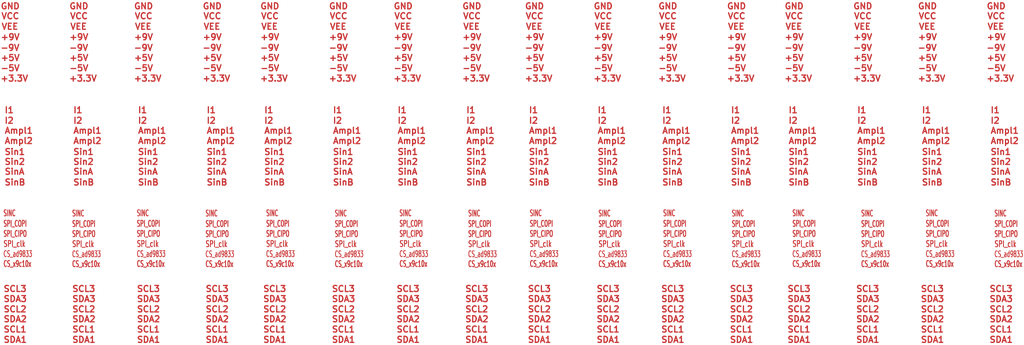
<source format=kicad_pcb>
(kicad_pcb (version 20221018) (generator pcbnew)

  (general
    (thickness 1.6)
  )

  (paper "A4")
  (title_block
    (title "Barramento do EITduino")
    (date "2023-04-12")
    (rev "v01")
    (company "EITduino")
    (comment 1 "Autor: Gustavo Pinheiro")
    (comment 2 "Barramento proposto para uma placa 90x100 mm")
    (comment 3 "placa de face simples")
  )

  (layers
    (0 "F.Cu" signal)
    (31 "B.Cu" signal)
    (32 "B.Adhes" user "B.Adhesive")
    (33 "F.Adhes" user "F.Adhesive")
    (34 "B.Paste" user)
    (35 "F.Paste" user)
    (36 "B.SilkS" user "B.Silkscreen")
    (37 "F.SilkS" user "F.Silkscreen")
    (38 "B.Mask" user)
    (39 "F.Mask" user)
    (40 "Dwgs.User" user "User.Drawings")
    (41 "Cmts.User" user "User.Comments")
    (42 "Eco1.User" user "User.Eco1")
    (43 "Eco2.User" user "User.Eco2")
    (44 "Edge.Cuts" user)
    (45 "Margin" user)
    (46 "B.CrtYd" user "B.Courtyard")
    (47 "F.CrtYd" user "F.Courtyard")
    (48 "B.Fab" user)
    (49 "F.Fab" user)
    (50 "User.1" user)
    (51 "User.2" user)
    (52 "User.3" user)
    (53 "User.4" user)
    (54 "User.5" user)
    (55 "User.6" user)
    (56 "User.7" user)
    (57 "User.8" user)
    (58 "User.9" user)
  )

  (setup
    (stackup
      (layer "F.SilkS" (type "Top Silk Screen"))
      (layer "F.Paste" (type "Top Solder Paste"))
      (layer "F.Mask" (type "Top Solder Mask") (thickness 0.01))
      (layer "F.Cu" (type "copper") (thickness 0.035))
      (layer "dielectric 1" (type "core") (thickness 1.51) (material "FR4") (epsilon_r 4.5) (loss_tangent 0.02))
      (layer "B.Cu" (type "copper") (thickness 0.035))
      (layer "B.Mask" (type "Bottom Solder Mask") (thickness 0.01))
      (layer "B.Paste" (type "Bottom Solder Paste"))
      (layer "B.SilkS" (type "Bottom Silk Screen"))
      (copper_finish "None")
      (dielectric_constraints no)
    )
    (pad_to_mask_clearance 0)
    (pcbplotparams
      (layerselection 0x00010fc_ffffffff)
      (plot_on_all_layers_selection 0x0000000_00000000)
      (disableapertmacros false)
      (usegerberextensions false)
      (usegerberattributes true)
      (usegerberadvancedattributes true)
      (creategerberjobfile true)
      (dashed_line_dash_ratio 12.000000)
      (dashed_line_gap_ratio 3.000000)
      (svgprecision 4)
      (plotframeref false)
      (viasonmask false)
      (mode 1)
      (useauxorigin false)
      (hpglpennumber 1)
      (hpglpenspeed 20)
      (hpglpendiameter 15.000000)
      (dxfpolygonmode true)
      (dxfimperialunits true)
      (dxfusepcbnewfont true)
      (psnegative false)
      (psa4output false)
      (plotreference true)
      (plotvalue true)
      (plotinvisibletext false)
      (sketchpadsonfab false)
      (subtractmaskfromsilk false)
      (outputformat 1)
      (mirror false)
      (drillshape 0)
      (scaleselection 1)
      (outputdirectory "gerber/drill/")
    )
  )

  (net 0 "")

  (gr_text "GND" (at 89.05 27.1) (layer "F.Cu") (tstamp 000add4f-1e76-423c-91ff-bf792448e3e8)
    (effects (font (size 1.5 1.5) (thickness 0.3) bold) (justify left bottom))
  )
  (gr_text "CS_ad9833" (at 58.5 88.5) (layer "F.Cu") (tstamp 00209680-ca8c-4820-b826-f82d0f596162)
    (effects (font (size 1.5 0.85) (thickness 0.175) bold) (justify left bottom))
  )
  (gr_text "SINC" (at 270.75 78.45) (layer "F.Cu") (tstamp 0061f88f-646e-48ff-a8fe-baa00526d5a5)
    (effects (font (size 1.5 0.85) (thickness 0.2) bold) (justify left bottom))
  )
  (gr_text "+5V\n" (at 251.8 39.9) (layer "F.Cu") (tstamp 00ac28de-9fac-4e79-9b85-6513b0ca725d)
    (effects (font (size 1.5 1.5) (thickness 0.3) bold) (justify left bottom))
  )
  (gr_text "SPI_CIPO\n" (at 107.5 83.55) (layer "F.Cu") (tstamp 0161bd61-fd90-4fba-a489-1e77daf47134)
    (effects (font (size 1.5 0.85) (thickness 0.2125) bold) (justify left bottom))
  )
  (gr_text "Ampl2" (at 107.012 60.476) (layer "F.Cu") (tstamp 020e7d2a-7f0d-4710-8798-c45d84522f5a)
    (effects (font (size 1.5 1.5) (thickness 0.3) bold) (justify left bottom))
  )
  (gr_text "SCL1\n" (at 155.25 107.19) (layer "F.Cu") (tstamp 021c37f5-51a6-4001-82b2-dda1020b8ebf)
    (effects (font (size 1.5 1.5) (thickness 0.3) bold) (justify left bottom))
  )
  (gr_text "VCC" (at 171.7 29.55) (layer "F.Cu") (tstamp 027ada7b-eb42-4b3e-803e-23def0a449d5)
    (effects (font (size 1.5 1.5) (thickness 0.3) bold) (justify left bottom))
  )
  (gr_text "I2\n" (at 140 55.45) (layer "F.Cu") (tstamp 027ee731-41cf-41e7-8663-5ae28a574dcc)
    (effects (font (size 1.5 1.5) (thickness 0.3) bold) (justify left bottom))
  )
  (gr_text "SinA" (at 205.512 68.096) (layer "F.Cu") (tstamp 02daab4c-04eb-42ee-b524-dd69ad9f0802)
    (effects (font (size 1.5 1.5) (thickness 0.3) bold) (justify left bottom))
  )
  (gr_text "+9V\n" (at 235.8 34.75) (layer "F.Cu") (tstamp 02f50df0-b3a7-4c2c-acb3-79e1b6ede05d)
    (effects (font (size 1.5 1.5) (thickness 0.3) bold) (justify left bottom))
  )
  (gr_text "Ampl1" (at 155.512 57.936) (layer "F.Cu") (tstamp 0413a9ed-b8d6-43bc-bd0b-4286b9c4ccea)
    (effects (font (size 1.5 1.5) (thickness 0.3) bold) (justify left bottom))
  )
  (gr_text "Sin2\n" (at 140 65.65) (layer "F.Cu") (tstamp 047ebe1c-04fb-4a98-a85c-bc99774fec38)
    (effects (font (size 1.5 1.5) (thickness 0.3) bold) (justify left bottom))
  )
  (gr_text "SCL2" (at 89.75 102.2) (layer "F.Cu") (tstamp 04afcf07-3cd6-49c2-b69b-1d1ee992ccc6)
    (effects (font (size 1.5 1.5) (thickness 0.3) bold) (justify left bottom))
  )
  (gr_text "VCC" (at 89.2 29.55) (layer "F.Cu") (tstamp 04b57fdc-ee13-4f46-9a10-cea07fcd15ca)
    (effects (font (size 1.5 1.5) (thickness 0.3) bold) (justify left bottom))
  )
  (gr_text "GND" (at 154.55 27.1) (layer "F.Cu") (tstamp 0617c2a3-12fd-459e-9ecc-2163d2f2c314)
    (effects (font (size 1.5 1.5) (thickness 0.3) bold) (justify left bottom))
  )
  (gr_text "SDA2" (at 219.5 104.65) (layer "F.Cu") (tstamp 06ad0316-31ec-422f-a977-18276a16f0cd)
    (effects (font (size 1.5 1.5) (thickness 0.3) bold) (justify left bottom))
  )
  (gr_text "CS_x9c10x\n" (at 90.5 90.95) (layer "F.Cu") (tstamp 0711796d-a828-4b3b-b13e-8da0cea8319b)
    (effects (font (size 1.5 0.85) (thickness 0.2125) bold) (justify left bottom))
  )
  (gr_text "GND" (at 171.55 27.1) (layer "F.Cu") (tstamp 09d5cc67-befd-4a77-91cf-eb49367e46f6)
    (effects (font (size 1.5 1.5) (thickness 0.3) bold) (justify left bottom))
  )
  (gr_text "I1" (at 25.762 52.856) (layer "F.Cu") (tstamp 0a28661d-e145-4e4f-828e-2a32cf4ea491)
    (effects (font (size 1.5 1.5) (thickness 0.3) bold) (justify left bottom))
  )
  (gr_text "SINC" (at 107.5 78.45) (layer "F.Cu") (tstamp 0a3a09e4-4356-4063-ba60-32e23b8df12f)
    (effects (font (size 1.5 0.85) (thickness 0.2) bold) (justify left bottom))
  )
  (gr_text "SDA1" (at 106.75 109.75) (layer "F.Cu") (tstamp 0b620b06-78b5-41ed-86c6-91fda4074cfc)
    (effects (font (size 1.5 1.5) (thickness 0.3) bold) (justify left bottom))
  )
  (gr_text "Ampl1" (at 205.512 57.936) (layer "F.Cu") (tstamp 0c21d658-f0d0-4f0b-8312-45793e8b1206)
    (effects (font (size 1.5 1.5) (thickness 0.3) bold) (justify left bottom))
  )
  (gr_text "CS_x9c10x\n" (at 42.5 91) (layer "F.Cu") (tstamp 0c7b9993-7838-498c-8333-72b3407c9e68)
    (effects (font (size 1.5 0.85) (thickness 0.2125) bold) (justify left bottom))
  )
  (gr_text "SCL1\n" (at 219.5 107.19) (layer "F.Cu") (tstamp 0d765fae-bf3b-4c3f-b614-324db56d5f2f)
    (effects (font (size 1.5 1.5) (thickness 0.3) bold) (justify left bottom))
  )
  (gr_text "SPI_COPI\n" (at 205.75 81.05) (layer "F.Cu") (tstamp 0db69fd9-4a19-4682-9c7c-94646d30c55d)
    (effects (font (size 1.5 0.85) (thickness 0.2125) bold) (justify left bottom))
  )
  (gr_text "SinB" (at 58.75 70.75) (layer "F.Cu") (tstamp 0e35386e-cf44-45a8-8a31-4e370c38edb4)
    (effects (font (size 1.5 1.5) (thickness 0.3) bold) (justify left bottom))
  )
  (gr_text "-5V" (at 187.55 42.45) (layer "F.Cu") (tstamp 0edecfa3-f716-4960-83f3-c04891b1253c)
    (effects (font (size 1.5 1.5) (thickness 0.3) bold) (justify left bottom))
  )
  (gr_text "Ampl2" (at 219.762 60.476) (layer "F.Cu") (tstamp 0ef2e503-ebac-4ece-9ce0-1b83c104db07)
    (effects (font (size 1.5 1.5) (thickness 0.3) bold) (justify left bottom))
  )
  (gr_text "SDA3" (at 269.5 99.65) (layer "F.Cu") (tstamp 0f1a0ae8-4c7b-46bd-b3f2-51524de72737)
    (effects (font (size 1.5 1.5) (thickness 0.3) bold) (justify left bottom))
  )
  (gr_text "Sin1" (at 140 63.2) (layer "F.Cu") (tstamp 0f33a09c-727d-443f-99c5-461bccc2d3f5)
    (effects (font (size 1.5 1.5) (thickness 0.3) bold) (justify left bottom))
  )
  (gr_text "CS_x9c10x\n" (at 140.5 91) (layer "F.Cu") (tstamp 10e63918-58ff-4ab6-a540-86209a3b8237)
    (effects (font (size 1.5 0.85) (thickness 0.2125) bold) (justify left bottom))
  )
  (gr_text "+5V\n" (at 218.8 39.9) (layer "F.Cu") (tstamp 10e78d84-ede7-4cca-bccb-b462bd440fb5)
    (effects (font (size 1.5 1.5) (thickness 0.3) bold) (justify left bottom))
  )
  (gr_text "CS_ad9833" (at 188.75 88.5) (layer "F.Cu") (tstamp 1177cad0-7c07-4ff8-89e7-a82c83b8f215)
    (effects (font (size 1.5 0.85) (thickness 0.175) bold) (justify left bottom))
  )
  (gr_text "-5V" (at 218.8 42.45) (layer "F.Cu") (tstamp 118519a7-47ec-42d3-9486-e5d0c7b33430)
    (effects (font (size 1.5 1.5) (thickness 0.3) bold) (justify left bottom))
  )
  (gr_text "SPI_clk\n" (at 188.75 86) (layer "F.Cu") (tstamp 12984d39-db98-4e34-894c-558507bb7035)
    (effects (font (size 1.5 1) (thickness 0.2125) bold) (justify left bottom))
  )
  (gr_text "CS_ad9833" (at 42.5 88.55) (layer "F.Cu") (tstamp 12f83507-d559-4268-9ee6-c33392f32a51)
    (effects (font (size 1.5 0.85) (thickness 0.175) bold) (justify left bottom))
  )
  (gr_text "Ampl2" (at 205.512 60.476) (layer "F.Cu") (tstamp 131bf08f-4aa0-488b-9952-ca1f3f8c0d30)
    (effects (font (size 1.5 1.5) (thickness 0.3) bold) (justify left bottom))
  )
  (gr_text "+3.3V" (at 24.75 45) (layer "F.Cu") (tstamp 13fcbbca-4039-40c8-b052-f7c723aa1614)
    (effects (font (size 1.5 1.5) (thickness 0.3) bold) (justify left bottom))
  )
  (gr_text "-5V" (at 171.55 42.45) (layer "F.Cu") (tstamp 1491cfe1-cda2-4e3d-8ec4-0e7a07a0b534)
    (effects (font (size 1.5 1.5) (thickness 0.3) bold) (justify left bottom))
  )
  (gr_text "-9V" (at 251.75 37.4) (layer "F.Cu") (tstamp 14ec5fed-b3bf-4564-8bfa-a08a79003716)
    (effects (font (size 1.5 1.5) (thickness 0.3) bold) (justify left bottom))
  )
  (gr_text "SPI_CIPO\n" (at 58.5 83.5) (layer "F.Cu") (tstamp 157c96ed-9e2f-4bcf-a4e0-9abcf4bbb2d1)
    (effects (font (size 1.5 0.85) (thickness 0.2125) bold) (justify left bottom))
  )
  (gr_text "SCL1\n" (at 25.5 107.19) (layer "F.Cu") (tstamp 15ff8282-fe4d-4b59-9c43-2dd455b3eec4)
    (effects (font (size 1.5 1.5) (thickness 0.3) bold) (justify left bottom))
  )
  (gr_text "SCL1\n" (at 188.25 107.19) (layer "F.Cu") (tstamp 1640635b-af3e-4c3d-aa14-5ab7868c70bb)
    (effects (font (size 1.5 1.5) (thickness 0.3) bold) (justify left bottom))
  )
  (gr_text "+3.3V" (at 171.5 45) (layer "F.Cu") (tstamp 16430f64-b683-4277-8b00-109c0faf6bfb)
    (effects (font (size 1.5 1.5) (thickness 0.3) bold) (justify left bottom))
  )
  (gr_text "SCL1\n" (at 172.25 107.19) (layer "F.Cu") (tstamp 167cd8ac-2e8c-409b-b4a3-65a8516b88ed)
    (effects (font (size 1.5 1.5) (thickness 0.3) bold) (justify left bottom))
  )
  (gr_text "CS_x9c10x\n" (at 188.75 90.95) (layer "F.Cu") (tstamp 16cadec1-80d6-472c-b7ed-cb7d423d5ca6)
    (effects (font (size 1.5 0.85) (thickness 0.2125) bold) (justify left bottom))
  )
  (gr_text "SINC" (at 188.75 78.4) (layer "F.Cu") (tstamp 17bb4766-4a01-458a-b8c1-2ba826c5fdec)
    (effects (font (size 1.5 0.85) (thickness 0.2) bold) (justify left bottom))
  )
  (gr_text "Ampl2" (at 155.512 60.476) (layer "F.Cu") (tstamp 185dd029-21d2-420f-baec-3eeeb712a19c)
    (effects (font (size 1.5 1.5) (thickness 0.3) bold) (justify left bottom))
  )
  (gr_text "SPI_clk\n" (at 237.75 86.05) (layer "F.Cu") (tstamp 18656049-b3c5-48fe-bc46-dcccef8c1d9d)
    (effects (font (size 1.5 1) (thickness 0.2125) bold) (justify left bottom))
  )
  (gr_text "Ampl1" (at 172.512 57.936) (layer "F.Cu") (tstamp 19e4db23-4c0f-43d5-95c4-683d2bec2fe2)
    (effects (font (size 1.5 1.5) (thickness 0.3) bold) (justify left bottom))
  )
  (gr_text "CS_x9c10x\n" (at 123.5 90.95) (layer "F.Cu") (tstamp 1a0aaf8d-b2b9-4158-81d8-3bd76fe41034)
    (effects (font (size 1.5 0.85) (thickness 0.2125) bold) (justify left bottom))
  )
  (gr_text "SCL2" (at 205.25 102.2) (layer "F.Cu") (tstamp 1b2aec94-0b7b-4d8f-a8bf-9a9f3f6115f8)
    (effects (font (size 1.5 1.5) (thickness 0.3) bold) (justify left bottom))
  )
  (gr_text "VEE\n" (at 219 32.15) (layer "F.Cu") (tstamp 1d6a5ebd-3d31-4832-be60-943ce643524b)
    (effects (font (size 1.5 1.5) (thickness 0.3) bold) (justify left bottom))
  )
  (gr_text "SINC" (at 90.5 78.4) (layer "F.Cu") (tstamp 1e101378-aaec-427c-a61c-99bbbccb262f)
    (effects (font (size 1.5 0.85) (thickness 0.2) bold) (justify left bottom))
  )
  (gr_text "SPI_COPI\n" (at 25.5 81) (layer "F.Cu") (tstamp 1eaa0a2f-2b8c-4efa-abb9-7eef192bccdd)
    (effects (font (size 1.5 0.85) (thickness 0.2125) bold) (justify left bottom))
  )
  (gr_text "SinB" (at 107 70.75) (layer "F.Cu") (tstamp 1ecce027-00cb-4369-9076-0892e6e91708)
    (effects (font (size 1.5 1.5) (thickness 0.3) bold) (justify left bottom))
  )
  (gr_text "I2\n" (at 90 55.45) (layer "F.Cu") (tstamp 1fdba512-ca97-4f8b-b70c-804cc441dfe7)
    (effects (font (size 1.5 1.5) (thickness 0.3) bold) (justify left bottom))
  )
  (gr_text "+3.3V" (at 268.75 45) (layer "F.Cu") (tstamp 2130108f-13a7-4336-9908-d9eeb183de3c)
    (effects (font (size 1.5 1.5) (thickness 0.3) bold) (justify left bottom))
  )
  (gr_text "VEE\n" (at 204.75 32.15) (layer "F.Cu") (tstamp 228a5e08-2a01-473b-b0d3-44db9e4f8134)
    (effects (font (size 1.5 1.5) (thickness 0.3) bold) (justify left bottom))
  )
  (gr_text "SPI_clk\n" (at 172.75 86.05) (layer "F.Cu") (tstamp 22c05407-4ff3-47ef-82a4-1cd9a450eb21)
    (effects (font (size 1.5 1) (thickness 0.2125) bold) (justify left bottom))
  )
  (gr_text "I1" (at 172.512 52.856) (layer "F.Cu") (tstamp 2304d2e8-a6f4-413a-ad91-6baaabf01456)
    (effects (font (size 1.5 1.5) (thickness 0.3) bold) (justify left bottom))
  )
  (gr_text "Sin1" (at 205.5 63.2) (layer "F.Cu") (tstamp 23267246-ac2d-47c7-a7cb-1855c3ebc6d6)
    (effects (font (size 1.5 1.5) (thickness 0.3) bold) (justify left bottom))
  )
  (gr_text "SinB" (at 252.75 70.75) (layer "F.Cu") (tstamp 256bbe40-df43-4488-83df-d472d6ec583a)
    (effects (font (size 1.5 1.5) (thickness 0.3) bold) (justify left bottom))
  )
  (gr_text "I1" (at 188.512 52.856) (layer "F.Cu") (tstamp 2570d86f-0c10-4a20-b5ae-4d3c152481b5)
    (effects (font (size 1.5 1.5) (thickness 0.3) bold) (justify left bottom))
  )
  (gr_text "SPI_CIPO\n" (at 237.75 83.55) (layer "F.Cu") (tstamp 258df640-f9e3-468d-9d58-c4fc87d583e5)
    (effects (font (size 1.5 0.85) (thickness 0.2125) bold) (justify left bottom))
  )
  (gr_text "+5V\n" (at 171.55 39.9) (layer "F.Cu") (tstamp 25a8e7b3-d7bc-4832-acc6-a91e8d4962fe)
    (effects (font (size 1.5 1.5) (thickness 0.3) bold) (justify left bottom))
  )
  (gr_text "Ampl2" (at 42.762 60.476) (layer "F.Cu") (tstamp 26101096-1a2b-4c9b-bca0-484fb92b34e6)
    (effects (font (size 1.5 1.5) (thickness 0.3) bold) (justify left bottom))
  )
  (gr_text "SinA" (at 140.012 68.096) (layer "F.Cu") (tstamp 2654bc77-d355-43aa-ae56-ee45547944ce)
    (effects (font (size 1.5 1.5) (thickness 0.3) bold) (justify left bottom))
  )
  (gr_text "SinB" (at 205.5 70.75) (layer "F.Cu") (tstamp 26d1ebb2-91e9-4b27-bd07-295caf910d47)
    (effects (font (size 1.5 1.5) (thickness 0.3) bold) (justify left bottom))
  )
  (gr_text "Sin1" (at 90 63.2) (layer "F.Cu") (tstamp 2784454e-45f0-4473-982d-8bff55edb4b5)
    (effects (font (size 1.5 1.5) (thickness 0.3) bold) (justify left bottom))
  )
  (gr_text "SCL3" (at 236.5 97.15) (layer "F.Cu") (tstamp 28160d6f-3391-4da2-a071-86d2b63f74e7)
    (effects (font (size 1.5 1.5) (thickness 0.3) bold) (justify left bottom))
  )
  (gr_text "CS_x9c10x\n" (at 205.75 91) (layer "F.Cu") (tstamp 282fc2d1-d13f-41c2-ad7f-c4391753aa01)
    (effects (font (size 1.5 0.85) (thickness 0.2125) bold) (justify left bottom))
  )
  (gr_text "Ampl2" (at 123.012 60.476) (layer "F.Cu") (tstamp 29308331-7478-48e8-a1a8-35c18ead9c1a)
    (effects (font (size 1.5 1.5) (thickness 0.3) bold) (justify left bottom))
  )
  (gr_text "SDA2" (at 188.25 104.65) (layer "F.Cu") (tstamp 29429bba-1e57-4bb5-93e2-5746ccc96e82)
    (effects (font (size 1.5 1.5) (thickness 0.3) bold) (justify left bottom))
  )
  (gr_text "SCL1\n" (at 205.25 107.19) (layer "F.Cu") (tstamp 2a1770d7-937e-4eb6-8981-19182b807724)
    (effects (font (size 1.5 1.5) (thickness 0.3) bold) (justify left bottom))
  )
  (gr_text "+9V\n" (at 106.05 34.75) (layer "F.Cu") (tstamp 2a6aaec0-7aec-4e85-94d7-bacfaf4b8d14)
    (effects (font (size 1.5 1.5) (thickness 0.3) bold) (justify left bottom))
  )
  (gr_text "VCC" (at 106.2 29.55) (layer "F.Cu") (tstamp 2c1186a8-d8d9-430c-805f-5c94aa817054)
    (effects (font (size 1.5 1.5) (thickness 0.3) bold) (justify left bottom))
  )
  (gr_text "SCL2" (at 58.5 102.2) (layer "F.Cu") (tstamp 2c4ea117-7113-409e-b0ab-6754a8179f69)
    (effects (font (size 1.5 1.5) (thickness 0.3) bold) (justify left bottom))
  )
  (gr_text "SDA2" (at 106.75 104.65) (layer "F.Cu") (tstamp 2c8225b8-36c5-4947-be2c-c3474761999f)
    (effects (font (size 1.5 1.5) (thickness 0.3) bold) (justify left bottom))
  )
  (gr_text "-5V" (at 122.05 42.45) (layer "F.Cu") (tstamp 2df86da7-0d54-4437-86c9-0c5b55583dfb)
    (effects (font (size 1.5 1.5) (thickness 0.3) bold) (justify left bottom))
  )
  (gr_text "SDA1" (at 89.75 109.75) (layer "F.Cu") (tstamp 2e108bac-03fc-4ca8-9b14-f99d46825ba6)
    (effects (font (size 1.5 1.5) (thickness 0.3) bold) (justify left bottom))
  )
  (gr_text "VEE\n" (at 42 32.15) (layer "F.Cu") (tstamp 2e279d66-b863-41b9-9ccf-e34fb87ee13f)
    (effects (font (size 1.5 1.5) (thickness 0.3) bold) (justify left bottom))
  )
  (gr_text "-5V" (at 204.55 42.45) (layer "F.Cu") (tstamp 2fa51dbd-962b-4f41-9d6f-ac3ff24b4531)
    (effects (font (size 1.5 1.5) (thickness 0.3) bold) (justify left bottom))
  )
  (gr_text "SinB" (at 236.75 70.75) (layer "F.Cu") (tstamp 31364784-f9eb-4fff-87e5-736f2ba9706b)
    (effects (font (size 1.5 1.5) (thickness 0.3) bold) (justify left bottom))
  )
  (gr_text "-5V" (at 154.55 42.45) (layer "F.Cu") (tstamp 316f8ea7-a131-4250-898d-bc76b6f1015d)
    (effects (font (size 1.5 1.5) (thickness 0.3) bold) (justify left bottom))
  )
  (gr_text "-9V" (at 218.75 37.4) (layer "F.Cu") (tstamp 31a591fd-cd82-4cc7-8c09-fe48a5c4e0a4)
    (effects (font (size 1.5 1.5) (thickness 0.3) bold) (justify left bottom))
  )
  (gr_text "Ampl1" (at 123.012 57.936) (layer "F.Cu") (tstamp 3247e930-5bfb-46f7-b4fa-8f7f5ae840b1)
    (effects (font (size 1.5 1.5) (thickness 0.3) bold) (justify left bottom))
  )
  (gr_text "SPI_clk\n" (at 58.5 86) (layer "F.Cu") (tstamp 324eb97d-a7ec-4366-8507-b8be0dab3315)
    (effects (font (size 1.5 1) (thickness 0.2125) bold) (justify left bottom))
  )
  (gr_text "SDA3" (at 42.5 99.65) (layer "F.Cu") (tstamp 32a1d491-8cc9-48ab-9140-00b06ade471d)
    (effects (font (size 1.5 1.5) (thickness 0.3) bold) (justify left bottom))
  )
  (gr_text "CS_x9c10x\n" (at 237.75 91) (layer "F.Cu") (tstamp 344ac8b0-ed4d-4043-8407-dab09b60d972)
    (effects (font (size 1.5 0.85) (thickness 0.2125) bold) (justify left bottom))
  )
  (gr_text "SCL3" (at 188.25 97.15) (layer "F.Cu") (tstamp 35ef8f17-94a4-4b08-ac92-6931598c0645)
    (effects (font (size 1.5 1.5) (thickness 0.3) bold) (justify left bottom))
  )
  (gr_text "SinA" (at 123.012 68.096) (layer "F.Cu") (tstamp 36324432-376f-41c1-b4e9-54a4529c774b)
    (effects (font (size 1.5 1.5) (thickness 0.3) bold) (justify left bottom))
  )
  (gr_text "SPI_clk\n" (at 90.5 86) (layer "F.Cu") (tstamp 3891867f-e44e-4852-9929-4b57d27a9d63)
    (effects (font (size 1.5 1) (thickness 0.2125) bold) (justify left bottom))
  )
  (gr_text "SCL3" (at 89.75 97.15) (layer "F.Cu") (tstamp 38a589ae-99f8-485a-a03e-bb92ea7e0a5f)
    (effects (font (size 1.5 1.5) (thickness 0.3) bold) (justify left bottom))
  )
  (gr_text "I2\n" (at 172.5 55.45) (layer "F.Cu") (tstamp 39fd4963-199a-41d2-b707-764a9b026d0c)
    (effects (font (size 1.5 1.5) (thickness 0.3) bold) (justify left bottom))
  )
  (gr_text "+5V\n" (at 154.55 39.9) (layer "F.Cu") (tstamp 3a23972b-bfe9-462c-8bde-4e054f1877ef)
    (effects (font (size 1.5 1.5) (thickness 0.3) bold) (justify left bottom))
  )
  (gr_text "Sin2\n" (at 90 65.65) (layer "F.Cu") (tstamp 3b85a1d4-d0db-4369-bd90-2f63741d23fc)
    (effects (font (size 1.5 1.5) (thickness 0.3) bold) (justify left bottom))
  )
  (gr_text "SDA3" (at 25.5 99.65) (layer "F.Cu") (tstamp 3bcfee8b-1dc5-49f1-83f3-330866cc35aa)
    (effects (font (size 1.5 1.5) (thickness 0.3) bold) (justify left bottom))
  )
  (gr_text "Ampl2" (at 252.762 60.476) (layer "F.Cu") (tstamp 3bf209d3-71b0-4366-a391-add6a651a6d3)
    (effects (font (size 1.5 1.5) (thickness 0.3) bold) (justify left bottom))
  )
  (gr_text "Ampl2" (at 172.512 60.476) (layer "F.Cu") (tstamp 3dd448a8-76c7-4258-aea7-02916037f1c7)
    (effects (font (size 1.5 1.5) (thickness 0.3) bold) (justify left bottom))
  )
  (gr_text "Sin2\n" (at 42.75 65.65) (layer "F.Cu") (tstamp 3e281148-f786-4b3f-b677-8e29bce3bbdf)
    (effects (font (size 1.5 1.5) (thickness 0.3) bold) (justify left bottom))
  )
  (gr_text "SDA2" (at 252.5 104.65) (layer "F.Cu") (tstamp 3e7e328e-13ff-4125-b396-3677d4b0aca6)
    (effects (font (size 1.5 1.5) (thickness 0.3) bold) (justify left bottom))
  )
  (gr_text "SPI_COPI\n" (at 253.75 81) (layer "F.Cu") (tstamp 3faab3be-ef9a-4400-8ed8-90958ee5c168)
    (effects (font (size 1.5 0.85) (thickness 0.2125) bold) (justify left bottom))
  )
  (gr_text "Sin2\n" (at 107 65.65) (layer "F.Cu") (tstamp 3fc85275-1ca9-4e20-86fe-9d6d0bff33ef)
    (effects (font (size 1.5 1.5) (thickness 0.3) bold) (justify left bottom))
  )
  (gr_text "-5V" (at 106.05 42.45) (layer "F.Cu") (tstamp 3fdf4a47-de72-4370-8356-7cfd275797cf)
    (effects (font (size 1.5 1.5) (thickness 0.3) bold) (justify left bottom))
  )
  (gr_text "I2\n" (at 252.75 55.45) (layer "F.Cu") (tstamp 41b5944e-4b68-4352-9be6-85f072535bf4)
    (effects (font (size 1.5 1.5) (thickness 0.3) bold) (justify left bottom))
  )
  (gr_text "Sin2\n" (at 172.5 65.65) (layer "F.Cu") (tstamp 41e65474-5ee2-4e6c-99b2-2539e6a1db7b)
    (effects (font (size 1.5 1.5) (thickness 0.3) bold) (justify left bottom))
  )
  (gr_text "VEE\n" (at 154.75 32.15) (layer "F.Cu") (tstamp 42432d7e-fa09-4397-99e3-81b93e7a2d26)
    (effects (font (size 1.5 1.5) (thickness 0.3) bold) (justify left bottom))
  )
  (gr_text "SDA2" (at 205.25 104.65) (layer "F.Cu") (tstamp 427fb5ce-dff0-487e-a373-3cf440ae954a)
    (effects (font (size 1.5 1.5) (thickness 0.3) bold) (justify left bottom))
  )
  (gr_text "Ampl1" (at 188.512 57.936) (layer "F.Cu") (tstamp 42b50601-90db-4c8b-bb61-b63aab3d5c55)
    (effects (font (size 1.5 1.5) (thickness 0.3) bold) (justify left bottom))
  )
  (gr_text "SCL2" (at 172.25 102.2) (layer "F.Cu") (tstamp 42f53ca6-fd34-42a4-bd80-966241f423ee)
    (effects (font (size 1.5 1.5) (thickness 0.3) bold) (justify left bottom))
  )
  (gr_text "I1" (at 58.762 52.856) (layer "F.Cu") (tstamp 43133a9d-dd9a-42db-a5ad-9c08abc96fdf)
    (effects (font (size 1.5 1.5) (thickness 0.3) bold) (justify left bottom))
  )
  (gr_text "CS_x9c10x\n" (at 253.75 90.95) (layer "F.Cu") (tstamp 43b03f76-2128-439d-b9dc-491549aedc2a)
    (effects (font (size 1.5 0.85) (thickness 0.2125) bold) (justify left bottom))
  )
  (gr_text "Ampl1" (at 90.012 57.936) (layer "F.Cu") (tstamp 45c9c293-e5d9-475a-90c3-a72d63107c40)
    (effects (font (size 1.5 1.5) (thickness 0.3) bold) (justify left bottom))
  )
  (gr_text "VCC" (at 122.2 29.55) (layer "F.Cu") (tstamp 46652ef1-9c0d-4414-8be6-6d2a9ab04023)
    (effects (font (size 1.5 1.5) (thickness 0.3) bold) (justify left bottom))
  )
  (gr_text "SCL3" (at 172.25 97.15) (layer "F.Cu") (tstamp 47104a24-0ff6-4243-a024-8f9af05db168)
    (effects (font (size 1.5 1.5) (thickness 0.3) bold) (justify left bottom))
  )
  (gr_text "SCL1\n" (at 89.75 107.19) (layer "F.Cu") (tstamp 4779a664-2345-420e-bcd8-e43d0828ab1a)
    (effects (font (size 1.5 1.5) (thickness 0.3) bold) (justify left bottom))
  )
  (gr_text "SDA3" (at 89.75 99.65) (layer "F.Cu") (tstamp 480afb22-d82f-4be8-b7e6-9b94981a8905)
    (effects (font (size 1.5 1.5) (thickness 0.3) bold) (justify left bottom))
  )
  (gr_text "SCL2" (at 155.25 102.2) (layer "F.Cu") (tstamp 49248fc0-984b-496d-9951-9f6d02ddda2c)
    (effects (font (size 1.5 1.5) (thickness 0.3) bold) (justify left bottom))
  )
  (gr_text "GND" (at 268.8 27.1) (layer "F.Cu") (tstamp 49525155-fca2-4118-a347-306c8a50b6ef)
    (effects (font (size 1.5 1.5) (thickness 0.3) bold) (justify left bottom))
  )
  (gr_text "Ampl1" (at 269.762 57.936) (layer "F.Cu") (tstamp 4a43c1be-0ce5-48d3-b5f6-896bcb72e3fa)
    (effects (font (size 1.5 1.5) (thickness 0.3) bold) (justify left bottom))
  )
  (gr_text "VEE\n" (at 171.75 32.15) (layer "F.Cu") (tstamp 4b7e7fe2-31d1-42cf-9ed2-e59315d7c20b)
    (effects (font (size 1.5 1.5) (thickness 0.3) bold) (justify left bottom))
  )
  (gr_text "GND" (at 235.8 27.1) (layer "F.Cu") (tstamp 4c42bdca-79d3-4d7f-ad3c-912f6a93363f)
    (effects (font (size 1.5 1.5) (thickness 0.3) bold) (justify left bottom))
  )
  (gr_text "I2\n" (at 205.5 55.45) (layer "F.Cu") (tstamp 4cff152e-7f47-458b-a233-c4d5b0bc4bde)
    (effects (font (size 1.5 1.5) (thickness 0.3) bold) (justify left bottom))
  )
  (gr_text "SPI_CIPO\n" (at 205.75 83.55) (layer "F.Cu") (tstamp 4d12bdc6-a440-43dc-9e97-61e0d504e04a)
    (effects (font (size 1.5 0.85) (thickness 0.2125) bold) (justify left bottom))
  )
  (gr_text "-9V" (at 122 37.4) (layer "F.Cu") (tstamp 4e3869a6-7d6e-401f-8386-d2e7192210f9)
    (effects (font (size 1.5 1.5) (thickness 0.3) bold) (justify left bottom))
  )
  (gr_text "Sin1" (at 75.75 63.2) (layer "F.Cu") (tstamp 4eefb581-2033-4cfe-a123-a6d9731d9371)
    (effects (font (size 1.5 1.5) (thickness 0.3) bold) (justify left bottom))
  )
  (gr_text "VCC" (at 204.7 29.55) (layer "F.Cu") (tstamp 4f0fb4e7-adb6-4ef9-aed9-f149dee1292d)
    (effects (font (size 1.5 1.5) (thickness 0.3) bold) (justify left bottom))
  )
  (gr_text "SCL3" (at 139.75 97.15) (layer "F.Cu") (tstamp 4f2f0da1-96d8-4ff9-b0b4-f7c6e4d8214e)
    (effects (font (size 1.5 1.5) (thickness 0.3) bold) (justify left bottom))
  )
  (gr_text "SDA1" (at 139.75 109.75) (layer "F.Cu") (tstamp 5001343f-f008-4297-92fc-6cef0abdb261)
    (effects (font (size 1.5 1.5) (thickness 0.3) bold) (justify left bottom))
  )
  (gr_text "SDA3" (at 139.75 99.65) (layer "F.Cu") (tstamp 5097af7e-2aa7-4acd-8c3a-06613cabebf9)
    (effects (font (size 1.5 1.5) (thickness 0.3) bold) (justify left bottom))
  )
  (gr_text "+9V\n" (at 139.05 34.75) (layer "F.Cu") (tstamp 5161eff9-e55f-4c02-965c-b1acf167de43)
    (effects (font (size 1.5 1.5) (thickness 0.3) bold) (justify left bottom))
  )
  (gr_text "SCL3" (at 155.25 97.15) (layer "F.Cu") (tstamp 5189b71a-970a-441b-bd4f-b3f7960bfaed)
    (effects (font (size 1.5 1.5) (thickness 0.3) bold) (justify left bottom))
  )
  (gr_text "SINC" (at 25.5 78.4) (layer "F.Cu") (tstamp 519c73a6-76b4-4571-b54e-8dca0fffaa9d)
    (effects (font (size 1.5 0.85) (thickness 0.2) bold) (justify left bottom))
  )
  (gr_text "SCL1\n" (at 139.75 107.19) (layer "F.Cu") (tstamp 523bfd13-8036-414e-83c8-ecff216fc471)
    (effects (font (size 1.5 1.5) (thickness 0.3) bold) (justify left bottom))
  )
  (gr_text "+9V\n" (at 268.8 34.75) (layer "F.Cu") (tstamp 52673d2b-a14d-4a04-a307-7959ac3ce619)
    (effects (font (size 1.5 1.5) (thickness 0.3) bold) (justify left bottom))
  )
  (gr_text "VCC" (at 154.7 29.55) (layer "F.Cu") (tstamp 527a673c-e39b-4ae7-9a8f-2990f10dd93e)
    (effects (font (size 1.5 1.5) (thickness 0.3) bold) (justify left bottom))
  )
  (gr_text "SCL1\n" (at 269.5 107.19) (layer "F.Cu") (tstamp 532087bf-e1c0-4bb1-8afb-1c247753ced2)
    (effects (font (size 1.5 1.5) (thickness 0.3) bold) (justify left bottom))
  )
  (gr_text "I1" (at 90.012 52.856) (layer "F.Cu") (tstamp 533c6f2e-7803-4135-ba06-5c0facc2b934)
    (effects (font (size 1.5 1.5) (thickness 0.3) bold) (justify left bottom))
  )
  (gr_text "SinB" (at 155.5 70.75) (layer "F.Cu") (tstamp 538bf56d-aa12-4ef0-8ff1-ec9171d492b6)
    (effects (font (size 1.5 1.5) (thickness 0.3) bold) (justify left bottom))
  )
  (gr_text "CS_ad9833" (at 140.5 88.55) (layer "F.Cu") (tstamp 54036f7f-ce94-4c7d-81cc-10293da2ba69)
    (effects (font (size 1.5 0.85) (thickness 0.175) bold) (justify left bottom))
  )
  (gr_text "VCC" (at 235.95 29.55) (layer "F.Cu") (tstamp 542c8d43-56ff-457e-9288-e7c77128544c)
    (effects (font (size 1.5 1.5) (thickness 0.3) bold) (justify left bottom))
  )
  (gr_text "+3.3V" (at 251.75 45) (layer "F.Cu") (tstamp 544c2824-39e1-4998-96d2-54a9f67e02f2)
    (effects (font (size 1.5 1.5) (thickness 0.3) bold) (justify left bottom))
  )
  (gr_text "-5V" (at 74.8 42.45) (layer "F.Cu") (tstamp 5457e9e4-301f-47de-b0f4-bfd4b73fcd9d)
    (effects (font (size 1.5 1.5) (thickness 0.3) bold) (justify left bottom))
  )
  (gr_text "Sin1" (at 269.75 63.2) (layer "F.Cu") (tstamp 54622112-0e86-424c-a194-ac3177eb165f)
    (effects (font (size 1.5 1.5) (thickness 0.3) bold) (justify left bottom))
  )
  (gr_text "Sin1" (at 155.5 63.2) (layer "F.Cu") (tstamp 5564d2ab-cf4e-4601-9917-f8496f923679)
    (effects (font (size 1.5 1.5) (thickness 0.3) bold) (justify left bottom))
  )
  (gr_text "SPI_clk\n" (at 107.5 86.05) (layer "F.Cu") (tstamp 563d3910-c5d3-47a8-a361-7d2cc07c4965)
    (effects (font (size 1.5 1) (thickness 0.2125) bold) (justify left bottom))
  )
  (gr_text "+3.3V" (at 235.75 45) (layer "F.Cu") (tstamp 567c4e98-465e-4740-87aa-e7f08ca2049a)
    (effects (font (size 1.5 1.5) (thickness 0.3) bold) (justify left bottom))
  )
  (gr_text "SDA2" (at 139.75 104.65) (layer "F.Cu") (tstamp 56f96c9d-fbad-4fb5-ba22-efde955fd34f)
    (effects (font (size 1.5 1.5) (thickness 0.3) bold) (justify left bottom))
  )
  (gr_text "Ampl1" (at 58.762 57.936) (layer "F.Cu") (tstamp 57291c40-d13f-4b5c-822d-3dfa3fef74c6)
    (effects (font (size 1.5 1.5) (thickness 0.3) bold) (justify left bottom))
  )
  (gr_text "SDA3" (at 106.75 99.65) (layer "F.Cu") (tstamp 578dc313-f026-4899-99bf-a3d41685f18a)
    (effects (font (size 1.5 1.5) (thickness 0.3) bold) (justify left bottom))
  )
  (gr_text "SCL3" (at 75.5 97.15) (layer "F.Cu") (tstamp 583d6191-cd0d-424a-9faa-41e6d6fdfcf9)
    (effects (font (size 1.5 1.5) (thickness 0.3) bold) (justify left bottom))
  )
  (gr_text "SCL2" (at 252.5 102.2) (layer "F.Cu") (tstamp 58e503c5-117a-406a-bf5c-26451adf23aa)
    (effects (font (size 1.5 1.5) (thickness 0.3) bold) (justify left bottom))
  )
  (gr_text "Sin1" (at 42.75 63.2) (layer "F.Cu") (tstamp 5b71142f-a595-45ab-b3a5-236a791f9ba2)
    (effects (font (size 1.5 1.5) (thickness 0.3) bold) (justify left bottom))
  )
  (gr_text "Ampl2" (at 236.762 60.476) (layer "F.Cu") (tstamp 5b76480e-5769-4ffa-8690-3090a510d79b)
    (effects (font (size 1.5 1.5) (thickness 0.3) bold) (justify left bottom))
  )
  (gr_text "SCL1\n" (at 252.5 107.19) (layer "F.Cu") (tstamp 5bc0ece5-4b36-48ba-9a4d-348da56ded89)
    (effects (font (size 1.5 1.5) (thickness 0.3) bold) (justify left bottom))
  )
  (gr_text "I1" (at 140.012 52.856) (layer "F.Cu") (tstamp 5c51dfd9-6c7a-4ee0-b14c-afe73ab1789a)
    (effects (font (size 1.5 1.5) (thickness 0.3) bold) (justify left bottom))
  )
  (gr_text "+3.3V" (at 204.5 45) (layer "F.Cu") (tstamp 5d467572-3658-4b19-aa94-ea1a04aa45a5)
    (effects (font (size 1.5 1.5) (thickness 0.3) bold) (justify left bottom))
  )
  (gr_text "SDA3" (at 219.5 99.65) (layer "F.Cu") (tstamp 5e7d09d4-ad92-4805-a511-832087852c90)
    (effects (font (size 1.5 1.5) (thickness 0.3) bold) (justify left bottom))
  )
  (gr_text "+3.3V" (at 154.5 45) (layer "F.Cu") (tstamp 5efe3ec2-cedf-43c4-b76f-2330be0761c7)
    (effects (font (size 1.5 1.5) (thickness 0.3) bold) (justify left bottom))
  )
  (gr_text "+3.3V" (at 122 45) (layer "F.Cu") (tstamp 5f13f082-8a13-42a8-96b3-12d1a593ac65)
    (effects (font (size 1.5 1.5) (thickness 0.3) bold) (justify left bottom))
  )
  (gr_text "+5V\n" (at 89.05 39.9) (layer "F.Cu") (tstamp 5f548dfc-d0eb-4e6c-b289-b04a2a17d94c)
    (effects (font (size 1.5 1.5) (thickness 0.3) bold) (justify left bottom))
  )
  (gr_text "Sin2\n" (at 252.75 65.65) (layer "F.Cu") (tstamp 5fe363cf-0518-47a6-a96b-b4081c7e6219)
    (effects (font (size 1.5 1.5) (thickness 0.3) bold) (justify left bottom))
  )
  (gr_text "CS_ad9833" (at 253.75 88.5) (layer "F.Cu") (tstamp 60386b69-4502-4045-af84-7531914c4f0f)
    (effects (font (size 1.5 0.85) (thickness 0.175) bold) (justify left bottom))
  )
  (gr_text "CS_ad9833" (at 172.75 88.55) (layer "F.Cu") (tstamp 6169a7df-bdd1-45a6-b370-361dcc081f51)
    (effects (font (size 1.5 0.85) (thickness 0.175) bold) (justify left bottom))
  )
  (gr_text "SDA2" (at 122.75 104.65) (layer "F.Cu") (tstamp 61fd3995-25bf-4f65-b455-dc1a1787b24a)
    (effects (font (size 1.5 1.5) (thickness 0.3) bold) (justify left bottom))
  )
  (gr_text "SPI_clk\n" (at 205.75 86.05) (layer "F.Cu") (tstamp 6305cdee-3935-4ddb-bfa7-cd22f2d2092d)
    (effects (font (size 1.5 1) (thickness 0.2125) bold) (justify left bottom))
  )
  (gr_text "+5V\n" (at 139.05 39.9) (layer "F.Cu") (tstamp 64478a01-234c-48c7-86ad-198b89325c03)
    (effects (font (size 1.5 1.5) (thickness 0.3) bold) (justify left bottom))
  )
  (gr_text "+9V\n" (at 57.8 34.75) (layer "F.Cu") (tstamp 64b2e69e-fc84-4965-8847-9c64df7faf3d)
    (effects (font (size 1.5 1.5) (thickness 0.3) bold) (justify left bottom))
  )
  (gr_text "SPI_CIPO\n" (at 90.5 83.5) (layer "F.Cu") (tstamp 66229b48-79e7-41e7-a417-629147334575)
    (effects (font (size 1.5 0.85) (thickness 0.2125) bold) (justify left bottom))
  )
  (gr_text "SDA3" (at 252.5 99.65) (layer "F.Cu") (tstamp 6691fcbb-41e3-4ec4-b2f6-74fe763ee52a)
    (effects (font (size 1.5 1.5) (thickness 0.3) bold) (justify left bottom))
  )
  (gr_text "I2\n" (at 155.5 55.45) (layer "F.Cu") (tstamp 66a19bfe-0abf-4b84-be34-3139be23d524)
    (effects (font (size 1.5 1.5) (thickness 0.3) bold) (justify left bottom))
  )
  (gr_text "+5V\n" (at 24.8 39.9) (layer "F.Cu") (tstamp 66be52d6-fd08-4816-9caa-aa9e82941f24)
    (effects (font (size 1.5 1.5) (thickness 0.3) bold) (justify left bottom))
  )
  (gr_text "SDA3" (at 172.25 99.65) (layer "F.Cu") (tstamp 6768d8ab-fbfb-4e83-b9bf-9a6223b8bc4c)
    (effects (font (size 1.5 1.5) (thickness 0.3) bold) (justify left bottom))
  )
  (gr_text "SinB" (at 123 70.75) (layer "F.Cu") (tstamp 69237731-e09a-405f-83b0-ec95d880696c)
    (effects (font (size 1.5 1.5) (thickness 0.3) bold) (justify left bottom))
  )
  (gr_text "SDA1" (at 219.5 109.75) (layer "F.Cu") (tstamp 6932ecad-b0d6-4cb9-a3d3-ac1ae5f086a2)
    (effects (font (size 1.5 1.5) (thickness 0.3) bold) (justify left bottom))
  )
  (gr_text "SinB" (at 42.75 70.75) (layer "F.Cu") (tstamp 69a26286-f25f-4bd3-b61b-22f3ebcb430a)
    (effects (font (size 1.5 1.5) (thickness 0.3) bold) (justify left bottom))
  )
  (gr_text "SPI_COPI\n" (at 188.75 81) (layer "F.Cu") (tstamp 6a3d9f5a-62d3-4348-a29a-3d23a0f1a5f4)
    (effects (font (size 1.5 0.85) (thickness 0.2125) bold) (justify left bottom))
  )
  (gr_text "I2\n" (at 107 55.45) (layer "F.Cu") (tstamp 6a76782d-6e1f-487d-9d57-063a221d0ba7)
    (effects (font (size 1.5 1.5) (thickness 0.3) bold) (justify left bottom))
  )
  (gr_text "SPI_clk\n" (at 25.5 86) (layer "F.Cu") (tstamp 6a8c8881-97cb-41f7-a1d8-4b8161386188)
    (effects (font (size 1.5 1) (thickness 0.2125) bold) (justify left bottom))
  )
  (gr_text "SPI_clk\n" (at 155.75 86) (layer "F.Cu") (tstamp 6b055ce9-e669-475a-98f2-112f24996547)
    (effects (font (size 1.5 1) (thickness 0.2125) bold) (justify left bottom))
  )
  (gr_text "SDA3" (at 205.25 99.65) (layer "F.Cu") (tstamp 6b236293-3385-492c-8fba-fc76838068c0)
    (effects (font (size 1.5 1.5) (thickness 0.3) bold) (justify left bottom))
  )
  (gr_text "SPI_CIPO\n" (at 42.5 83.55) (layer "F.Cu") (tstamp 6b9e6122-4649-4d60-a8dd-f456d0f62b0d)
    (effects (font (size 1.5 0.85) (thickness 0.2125) bold) (justify left bottom))
  )
  (gr_text "SCL2" (at 42.5 102.2) (layer "F.Cu") (tstamp 6bf35b16-0d33-47a1-a06a-1374b6005d7d)
    (effects (font (size 1.5 1.5) (thickness 0.3) bold) (justify left bottom))
  )
  (gr_text "SDA2" (at 89.75 104.65) (layer "F.Cu") (tstamp 6e23833f-a5f8-4ceb-ad76-46da08fc96f2)
    (effects (font (size 1.5 1.5) (thickness 0.3) bold) (justify left bottom))
  )
  (gr_text "SinA" (at 155.512 68.096) (layer "F.Cu") (tstamp 6e4770e0-d1e0-4098-923c-af55a2b4c239)
    (effects (font (size 1.5 1.5) (thickness 0.3) bold) (justify left bottom))
  )
  (gr_text "VEE\n" (at 58 32.15) (layer "F.Cu") (tstamp 6e7d7ac8-00b4-4a1a-87c5-bdc786b65abb)
    (effects (font (size 1.5 1.5) (thickness 0.3) bold) (justify left bottom))
  )
  (gr_text "CS_x9c10x\n" (at 220.75 90.95) (layer "F.Cu") (tstamp 6fdaa9c5-1f43-4afe-bbd7-624fc17baefb)
    (effects (font (size 1.5 0.85) (thickness 0.2125) bold) (justify left bottom))
  )
  (gr_text "VEE\n" (at 122.25 32.15) (layer "F.Cu") (tstamp 701a2d9d-ab86-4e72-a39b-928e663e80b6)
    (effects (font (size 1.5 1.5) (thickness 0.3) bold) (justify left bottom))
  )
  (gr_text "SPI_CIPO\n" (at 75.5 83.55) (layer "F.Cu") (tstamp 70559f1b-20a1-4383-905b-58a97443cbff)
    (effects (font (size 1.5 0.85) (thickness 0.2125) bold) (justify left bottom))
  )
  (gr_text "SinB" (at 188.5 70.75) (layer "F.Cu") (tstamp 73c76b7a-c7bc-4ba1-af25-174645c34d11)
    (effects (font (size 1.5 1.5) (thickness 0.3) bold) (justify left bottom))
  )
  (gr_text "Sin2\n" (at 75.75 65.65) (layer "F.Cu") (tstamp 73d6d885-3c38-4494-8504-c619dad5637e)
    (effects (font (size 1.5 1.5) (thickness 0.3) bold) (justify left bottom))
  )
  (gr_text "CS_ad9833" (at 107.5 88.55) (layer "F.Cu") (tstamp 73eece48-3a41-4a7b-a6c4-d7720fc4fabf)
    (effects (font (size 1.5 0.85) (thickness 0.175) bold) (justify left bottom))
  )
  (gr_text "+3.3V" (at 218.75 45) (layer "F.Cu") (tstamp 7492a01c-c9e2-456c-a89d-62aff182befe)
    (effects (font (size 1.5 1.5) (thickness 0.3) bold) (justify left bottom))
  )
  (gr_text "SPI_COPI\n" (at 75.5 81.05) (layer "F.Cu") (tstamp 752817f6-9cba-4f30-8e50-fd93fbe39919)
    (effects (font (size 1.5 0.85) (thickness 0.2125) bold) (justify left bottom))
  )
  (gr_text "SCL3" (at 106.75 97.15) (layer "F.Cu") (tstamp 75b5af95-3dfa-4415-8463-e872285ebedc)
    (effects (font (size 1.5 1.5) (thickness 0.3) bold) (justify left bottom))
  )
  (gr_text "I1" (at 219.762 52.856) (layer "F.Cu") (tstamp 76826ac6-7936-491c-9810-7a79197b3bc2)
    (effects (font (size 1.5 1.5) (thickness 0.3) bold) (justify left bottom))
  )
  (gr_text "Ampl2" (at 58.762 60.476) (layer "F.Cu") (tstamp 76989cc4-a03b-4002-a449-5062dbab76ed)
    (effects (font (size 1.5 1.5) (thickness 0.3) bold) (justify left bottom))
  )
  (gr_text "SCL2" (at 269.5 102.2) (layer "F.Cu") (tstamp 77da7570-6495-4585-9e29-ce8124ca693f)
    (effects (font (size 1.5 1.5) (thickness 0.3) bold) (justify left bottom))
  )
  (gr_text "SCL3" (at 25.5 97.15) (layer "F.Cu") (tstamp 782cc3d4-43c7-40ef-95ff-550b68914de1)
    (effects (font (size 1.5 1.5) (thickness 0.3) bold) (justify left bottom))
  )
  (gr_text "I1" (at 252.762 52.856) (layer "F.Cu") (tstamp 7891ab85-7459-4d6f-8275-606c55a82616)
    (effects (font (size 1.5 1.5) (thickness 0.3) bold) (justify left bottom))
  )
  (gr_text "SDA1" (at 42.5 109.75) (layer "F.Cu") (tstamp 7895033e-cd83-43a0-ba2c-57d367ed553e)
    (effects (font (size 1.5 1.5) (thickness 0.3) bold) (justify left bottom))
  )
  (gr_text "Sin1" (at 123 63.2) (layer "F.Cu") (tstamp 790255d3-886e-4659-b7ab-1f51ff02a6fa)
    (effects (font (size 1.5 1.5) (thickness 0.3) bold) (justify left bottom))
  )
  (gr_text "I1" (at 123.012 52.856) (layer "F.Cu") (tstamp 7b11f0ff-4028-4c03-a73f-c9c2519c6518)
    (effects (font (size 1.5 1.5) (thickness 0.3) bold) (justify left bottom))
  )
  (gr_text "Ampl1" (at 140.012 57.936) (layer "F.Cu") (tstamp 7b6c7fba-8b34-4941-b99e-a507445afd04)
    (effects (font (size 1.5 1.5) (thickness 0.3) bold) (justify left bottom))
  )
  (gr_text "-5V" (at 139.05 42.45) (layer "F.Cu") (tstamp 7bdaf83d-fa54-4061-a0d2-0976a4cf94d5)
    (effects (font (size 1.5 1.5) (thickness 0.3) bold) (justify left bottom))
  )
  (gr_text "-9V" (at 106 37.4) (layer "F.Cu") (tstamp 7cb3d95d-4dde-442a-aa6a-c2e709dbaada)
    (effects (font (size 1.5 1.5) (thickness 0.3) bold) (justify left bottom))
  )
  (gr_text "+9V\n" (at 154.55 34.75) (layer "F.Cu") (tstamp 7ce14148-da86-4ca5-a425-c655ba689654)
    (effects (font (size 1.5 1.5) (thickness 0.3) bold) (justify left bottom))
  )
  (gr_text "I1" (at 107.012 52.856) (layer "F.Cu") (tstamp 7cef204a-c883-4520-8184-d1e4f118e4f4)
    (effects (font (size 1.5 1.5) (thickness 0.3) bold) (justify left bottom))
  )
  (gr_text "Sin1" (at 252.75 63.2) (layer "F.Cu") (tstamp 7d13a44e-218c-4529-8e44-58f695d35474)
    (effects (font (size 1.5 1.5) (thickness 0.3) bold) (justify left bottom))
  )
  (gr_text "VEE\n" (at 139.25 32.15) (layer "F.Cu") (tstamp 7d16d14d-f694-4b00-95a7-a57452c8f03a)
    (effects (font (size 1.5 1.5) (thickness 0.3) bold) (justify left bottom))
  )
  (gr_text "I2\n" (at 219.75 55.45) (layer "F.Cu") (tstamp 7d21b70f-058a-4995-bedf-375ffa39dc55)
    (effects (font (size 1.5 1.5) (thickness 0.3) bold) (justify left bottom))
  )
  (gr_text "I2\n" (at 25.75 55.45) (layer "F.Cu") (tstamp 7d78427d-00ad-4bda-befb-46afe6455db9)
    (effects (font (size 1.5 1.5) (thickness 0.3) bold) (justify left bottom))
  )
  (gr_text "GND" (at 122.05 27.1) (layer "F.Cu") (tstamp 7e4ac8cd-90c8-4f86-95c5-f80c32a69218)
    (effects (font (size 1.5 1.5) (thickness 0.3) bold) (justify left bottom))
  )
  (gr_text "I1" (at 205.512 52.856) (layer "F.Cu") (tstamp 7e5b0907-8461-49df-87eb-c7dad6a64f30)
    (effects (font (size 1.5 1.5) (thickness 0.3) bold) (justify left bottom))
  )
  (gr_text "+5V\n" (at 204.55 39.9) (layer "F.Cu") (tstamp 7ee3f027-1f11-4d56-aa96-c81f69b004e7)
    (effects (font (size 1.5 1.5) (thickness 0.3) bold) (justify left bottom))
  )
  (gr_text "VCC" (at 187.7 29.55) (layer "F.Cu") (tstamp 7f5aa4cf-6d8b-461a-b715-4ed7a5fe2701)
    (effects (font (size 1.5 1.5) (thickness 0.3) bold) (justify left bottom))
  )
  (gr_text "SCL3" (at 58.5 97.15) (layer "F.Cu") (tstamp 808b7311-5e27-45e6-9d9a-f4b77bd51f0a)
    (effects (font (size 1.5 1.5) (thickness 0.3) bold) (justify left bottom))
  )
  (gr_text "VCC" (at 218.95 29.55) (layer "F.Cu") (tstamp 81db8380-da81-4d7f-8141-415aa24ac000)
    (effects (font (size 1.5 1.5) (thickness 0.3) bold) (justify left bottom))
  )
  (gr_text "-9V" (at 57.75 37.4) (layer "F.Cu") (tstamp 82176e52-4951-4394-9188-91c49aec5f94)
    (effects (font (size 1.5 1.5) (thickness 0.3) bold) (justify left bottom))
  )
  (gr_text "SDA1" (at 205.25 109.75) (layer "F.Cu") (tstamp 82361dd8-5d93-42e2-8ecd-457d865d2791)
    (effects (font (size 1.5 1.5) (thickness 0.3) bold) (justify left bottom))
  )
  (gr_text "GND" (at 106.05 27.1) (layer "F.Cu") (tstamp 82b0cc24-4678-487f-8b16-18df895f7927)
    (effects (font (size 1.5 1.5) (thickness 0.3) bold) (justify left bottom))
  )
  (gr_text "Ampl1" (at 236.762 57.936) (layer "F.Cu") (tstamp 832040cb-dfdd-4ebb-86fc-c4e8f3fc5267)
    (effects (font (size 1.5 1.5) (thickness 0.3) bold) (justify left bottom))
  )
  (gr_text "SDA1" (at 58.5 109.75) (layer "F.Cu") (tstamp 837c1a44-c5ec-47ee-bb02-75c5e3313497)
    (effects (font (size 1.5 1.5) (thickness 0.3) bold) (justify left bottom))
  )
  (gr_text "Ampl1" (at 42.762 57.936) (layer "F.Cu") (tstamp 83c5fcdc-d3c4-4e18-94fb-eb4395a71f60)
    (effects (font (size 1.5 1.5) (thickness 0.3) bold) (justify left bottom))
  )
  (gr_text "-9V" (at 204.5 37.4) (layer "F.Cu") (tstamp 83fa8b4a-0d0d-44ea-898c-a732893995f9)
    (effects (font (size 1.5 1.5) (thickness 0.3) bold) (justify left bottom))
  )
  (gr_text "SDA3" (at 155.25 99.65) (layer "F.Cu") (tstamp 84a1872d-8f69-40f8-a699-b80f5760262a)
    (effects (font (size 1.5 1.5) (thickness 0.3) bold) (justify left bottom))
  )
  (gr_text "Ampl1" (at 252.762 57.936) (layer "F.Cu") (tstamp 855f4ac8-d9ac-4bb4-9c28-531fae093d5e)
    (effects (font (size 1.5 1.5) (thickness 0.3) bold) (justify left bottom))
  )
  (gr_text "-9V" (at 24.75 37.4) (layer "F.Cu") (tstamp 85fe04bf-5163-446b-855b-deb23f9ea98c)
    (effects (font (size 1.5 1.5) (thickness 0.3) bold) (justify left bottom))
  )
  (gr_text "SDA2" (at 58.5 104.65) (layer "F.Cu") (tstamp 85ff0f40-be46-4776-8791-e697e9566288)
    (effects (font (size 1.5 1.5) (thickness 0.3) bold) (justify left bottom))
  )
  (gr_text "SinA" (at 172.512 68.096) (layer "F.Cu") (tstamp 8669e036-7fdb-46b1-bf25-9167fbdb1f4c)
    (effects (font (size 1.5 1.5) (thickness 0.3) bold) (justify left bottom))
  )
  (gr_text "Ampl1" (at 75.762 57.936) (layer "F.Cu") (tstamp 866ae31b-2df9-4b78-ac0f-09eaf99a90a5)
    (effects (font (size 1.5 1.5) (thickness 0.3) bold) (justify left bottom))
  )
  (gr_text "SDA3" (at 188.25 99.65) (layer "F.Cu") (tstamp 895cffd9-938c-41e4-b032-dc3d8c5ba549)
    (effects (font (size 1.5 1.5) (thickness 0.3) bold) (justify left bottom))
  )
  (gr_text "Ampl2" (at 140.012 60.476) (layer "F.Cu") (tstamp 8b070f7d-a606-4d0c-b13a-2a204b1396fd)
    (effects (font (size 1.5 1.5) (thickness 0.3) bold) (justify left bottom))
  )
  (gr_text "SDA2" (at 155.25 104.65) (layer "F.Cu") (tstamp 8b5f185a-c8cd-4b1e-a5d4-146dfedb1b84)
    (effects (font (size 1.5 1.5) (thickness 0.3) bold) (justify left bottom))
  )
  (gr_text "Sin1" (at 107 63.2) (layer "F.Cu") (tstamp 8b8cb583-d83b-4e0a-9889-cb3e3cff5fd8)
    (effects (font (size 1.5 1.5) (thickness 0.3) bold) (justify left bottom))
  )
  (gr_text "SinA" (at 75.762 68.096) (layer "F.Cu") (tstamp 8b91a7ac-7cf3-476d-8b1c-0f06a1e1968d)
    (effects (font (size 1.5 1.5) (thickness 0.3) bold) (justify left bottom))
  )
  (gr_text "-9V" (at 171.5 37.4) (layer "F.Cu") (tstamp 8c4e19c4-1da9-4025-b79c-e322d653a1fd)
    (effects (font (size 1.5 1.5) (thickness 0.3) bold) (justify left bottom))
  )
  (gr_text "CS_ad9833" (at 220.75 88.5) (layer "F.Cu") (tstamp 8c972f06-ef78-4a05-b2d4-0084883acadd)
    (effects (font (size 1.5 0.85) (thickness 0.175) bold) (justify left bottom))
  )
  (gr_text "SPI_clk\n" (at 123.5 86) (layer "F.Cu") (tstamp 8cb3bd02-6075-4b31-bede-51643510129f)
    (effects (font (size 1.5 1) (thickness 0.2125) bold) (justify left bottom))
  )
  (gr_text "I1" (at 75.762 52.856) (layer "F.Cu") (tstamp 8df28f48-573a-4ebd-bd73-f6117ac117c3)
    (effects (font (size 1.5 1.5) (thickness 0.3) bold) (justify left bottom))
  )
  (gr_text "I1" (at 269.762 52.856) (layer "F.Cu") (tstamp 91a29d3b-9b3f-45f6-a2b6-d600f951e36a)
    (effects (font (size 1.5 1.5) (thickness 0.3) bold) (justify left bottom))
  )
  (gr_text "SCL3" (at 205.25 97.15) (layer "F.Cu") (tstamp 924d29a9-e77c-4577-bee9-ae46ebe7e1bf)
    (effects (font (size 1.5 1.5) (thickness 0.3) bold) (justify left bottom))
  )
  (gr_text "SPI_COPI\n" (at 172.75 81.05) (layer "F.Cu") (tstamp 926ec89f-4d3c-47f0-8a82-f514fa13b0c8)
    (effects (font (size 1.5 0.85) (thickness 0.2125) bold) (justify left bottom))
  )
  (gr_text "SPI_CIPO\n" (at 140.5 83.55) (layer "F.Cu") (tstamp 9306d755-5ed4-4882-be87-3598639c03af)
    (effects (font (size 1.5 0.85) (thickness 0.2125) bold) (justify left bottom))
  )
  (gr_text "CS_ad9833" (at 205.75 88.55) (layer "F.Cu") (tstamp 93747f46-2f81-4197-ad96-ea1ffcce484b)
    (effects (font (size 1.5 0.85) (thickness 0.175) bold) (justify left bottom))
  )
  (gr_text "SPI_CIPO\n" (at 253.75 83.5) (layer "F.Cu") (tstamp 93e6b51d-2465-49c8-9760-57fbafcde825)
    (effects (font (size 1.5 0.85) (thickness 0.2125) bold) (justify left bottom))
  )
  (gr_text "I2\n" (at 58.75 55.45) (layer "F.Cu") (tstamp 9412e815-a9d3-4ed5-a3de-ae6dd271391e)
    (effects (font (size 1.5 1.5) (thickness 0.3) bold) (justify left bottom))
  )
  (gr_text "SINC" (at 253.75 78.4) (layer "F.Cu") (tstamp 94f9e892-e8fb-4e47-8a4b-ecdf9b8239ad)
    (effects (font (size 1.5 0.85) (thickness 0.2) bold) (justify left bottom))
  )
  (gr_text "VEE\n" (at 89.25 32.15) (layer "F.Cu") (tstamp 95a3f7f2-e085-42b2-9707-9bafebb065eb)
    (effects (font (size 1.5 1.5) (thickness 0.3) bold) (justify left bottom))
  )
  (gr_text "SinB" (at 140 70.75) (layer "F.Cu") (tstamp 95e8d922-a9fd-4880-ad71-d65717854329)
    (effects (font (size 1.5 1.5) (thickness 0.3) bold) (justify left bottom))
  )
  (gr_text "GND" (at 74.8 27.1) (layer "F.Cu") (tstamp 97249c2d-e685-4b51-b84b-976b72654ee6)
    (effects (font (size 1.5 1.5) (thickness 0.3) bold) (justify left bottom))
  )
  (gr_text "SCL1\n" (at 42.5 107.19) (layer "F.Cu") (tstamp 994303cc-8133-4a5e-888d-fecb15299843)
    (effects (font (size 1.5 1.5) (thickness 0.3) bold) (justify left bottom))
  )
  (gr_text "SCL1\n" (at 58.5 107.19) (layer "F.Cu") (tstamp 9969e557-e0ba-4ed4-8c1e-569c2cc9ad5f)
    (effects (font (size 1.5 1.5) (thickness 0.3) bold) (justify left bottom))
  )
  (gr_text "+3.3V" (at 57.75 45) (layer "F.Cu") (tstamp 99793f4a-a2de-4e63-8653-cf27f5b8cfc0)
    (effects (font (size 1.5 1.5) (thickness 0.3) bold) (justify left bottom))
  )
  (gr_text "+5V\n" (at 187.55 39.9) (layer "F.Cu") (tstamp 9a2cbcbb-2a11-4a6c-88d8-89eab5101a29)
    (effects (font (size 1.5 1.5) (thickness 0.3) bold) (justify left bottom))
  )
  (gr_text "VEE\n" (at 106.25 32.15) (layer "F.Cu") (tstamp 9b3366aa-9f01-4022-8faa-9a9ea1bf463c)
    (effects (font (size 1.5 1.5) (thickness 0.3) bold) (justify left bottom))
  )
  (gr_text "Ampl2" (at 25.762 60.476) (layer "F.Cu") (tstamp 9bfe1003-e068-4b70-ba4f-d1a4eb1039c4)
    (effects (font (size 1.5 1.5) (thickness 0.3) bold) (justify left bottom))
  )
  (gr_text "I2\n" (at 123 55.45) (layer "F.Cu") (tstamp 9c208a10-5d97-4c52-b42b-f7db55e66f64)
    (effects (font (size 1.5 1.5) (thickness 0.3) bold) (justify left bottom))
  )
  (gr_text "+3.3V" (at 187.5 45) (layer "F.Cu") (tstamp 9c2ec615-7338-4000-a70f-b8a7f0db0185)
    (effects (font (size 1.5 1.5) (thickness 0.3) bold) (justify left bottom))
  )
  (gr_text "SPI_clk\n" (at 75.5 86.05) (layer "F.Cu") (tstamp a0771a63-ef8a-4085-99d1-b8b2ced2c326)
    (effects (font (size 1.5 1) (thickness 0.2125) bold) (justify left bottom))
  )
  (gr_text "-5V" (at 89.05 42.45) (layer "F.Cu") (tstamp a07e66e7-ec1c-4efa-830a-df6d905f56f5)
    (effects (font (size 1.5 1.5) (thickness 0.3) bold) (justify left bottom))
  )
  (gr_text "SinA" (at 107.012 68.096) (layer "F.Cu") (tstamp a0abfb7a-8110-47da-bbbb-8ae8b4009d63)
    (effects (font (size 1.5 1.5) (thickness 0.3) bold) (justify left bottom))
  )
  (gr_text "CS_ad9833" (at 75.5 88.55) (layer "F.Cu") (tstamp a0bd4d38-eed9-4947-a1ee-43f313810cac)
    (effects (font (size 1.5 0.85) (thickness 0.175) bold) (justify left bottom))
  )
  (gr_text "Sin1" (at 236.75 63.2) (layer "F.Cu") (tstamp a16ec2b6-47b4-4e15-8f8d-0e5b6af5cd64)
    (effects (font (size 1.5 1.5) (thickness 0.3) bold) (justify left bottom))
  )
  (gr_text "SPI_CIPO\n" (at 188.75 83.5) (layer "F.Cu") (tstamp a1714c07-f4c5-4dd5-b08e-7658007c68cc)
    (effects (font (size 1.5 0.85) (thickness 0.2125) bold) (justify left bottom))
  )
  (gr_text "VEE\n" (at 269 32.15) (layer "F.Cu") (tstamp a19d9624-4c7d-4e40-978c-7363b4ad83cb)
    (effects (font (size 1.5 1.5) (thickness 0.3) bold) (justify left bottom))
  )
  (gr_text "SPI_COPI\n" (at 42.5 81.05) (layer "F.Cu") (tstamp a1e1cf48-880b-46c3-926c-82832c8c643b)
    (effects (font (size 1.5 0.85) (thickness 0.2125) bold) (justify left bottom))
  )
  (gr_text "SCL1\n" (at 106.75 107.19) (layer "F.Cu") (tstamp a223f8d4-00a9-486b-9a62-53075ceba60d)
    (effects (font (size 1.5 1.5) (thickness 0.3) bold) (justify left bottom))
  )
  (gr_text "VCC" (at 139.2 29.55) (layer "F.Cu") (tstamp a2acbf0d-984c-43ad-a4c4-33f7091b8893)
    (effects (font (size 1.5 1.5) (thickness 0.3) bold) (justify left bottom))
  )
  (gr_text "CS_ad9833" (at 270.75 88.55) (layer "F.Cu") (tstamp a31854e1-9179-4f67-80d9-9f4535bd5d10)
    (effects (font (size 1.5 0.85) (thickness 0.175) bold) (justify left bottom))
  )
  (gr_text "SDA3" (at 236.5 99.65) (layer "F.Cu") (tstamp a4e65f42-7889-414e-a48f-b0ab1fb8557d)
    (effects (font (size 1.5 1.5) (thickness 0.3) bold) (justify left bottom))
  )
  (gr_text "SinB" (at 172.5 70.75) (layer "F.Cu") (tstamp a5bd0c19-b345-406e-91b1-2a529ad8c402)
    (effects (font (size 1.5 1.5) (thickness 0.3) bold) (justify left bottom))
  )
  (gr_text "SinA" (at 90.012 68.096) (layer "F.Cu") (tstamp a63a0926-166a-4c08-b227-020c0ce393e2)
    (effects (font (size 1.5 1.5) (thickness 0.3) bold) (justify left bottom))
  )
  (gr_text "-5V" (at 41.8 42.45) (layer "F.Cu") (tstamp a6514757-8880-4904-9462-2f46da616ef2)
    (effects (font (size 1.5 1.5) (thickness 0.3) bold) (justify left bottom))
  )
  (gr_text "Ampl1" (at 107.012 57.936) (layer "F.Cu") (tstamp a6c2e05e-75af-43ef-a013-a7c6bb1c23f7)
    (effects (font (size 1.5 1.5) (thickness 0.3) bold) (justify left bottom))
  )
  (gr_text "SCL2" (at 188.25 102.2) (layer "F.Cu") (tstamp a6d687c4-0539-4c84-afab-36fc83c82a30)
    (effects (font (size 1.5 1.5) (thickness 0.3) bold) (justify left bottom))
  )
  (gr_text "VEE\n" (at 252 32.15) (layer "F.Cu") (tstamp a7d5db28-05f8-45f6-86da-908b5fce1275)
    (effects (font (size 1.5 1.5) (thickness 0.3) bold) (justify left bottom))
  )
  (gr_text "SINC" (at 140.5 78.45) (layer "F.Cu") (tstamp a8db231f-635e-42ca-a9aa-ff1656ab7ae3)
    (effects (font (size 1.5 0.85) (thickness 0.2) bold) (justify left bottom))
  )
  (gr_text "SPI_COPI\n" (at 107.5 81.05) (layer "F.Cu") (tstamp a92aa629-2d51-40a5-aa3c-9135ed031432)
    (effects (font (size 1.5 0.85) (thickness 0.2125) bold) (justify left bottom))
  )
  (gr_text "+3.3V" (at 89 45) (layer "F.Cu") (tstamp a97a551f-d2f9-495c-a9d9-e90d8a67c87c)
    (effects (font (size 1.5 1.5) (thickness 0.3) bold) (justify left bottom))
  )
  (gr_text "SPI_COPI\n" (at 155.75 81) (layer "F.Cu") (tstamp aa140232-2790-4d26-86c9-9429956b56e3)
    (effects (font (size 1.5 0.85) (thickness 0.2125) bold) (justify left bottom))
  )
  (gr_text "SCL2" (at 236.5 102.2) (layer "F.Cu") (tstamp aa6aaad1-c590-4f7d-80ce-b257f19fcf82)
    (effects (font (size 1.5 1.5) (thickness 0.3) bold) (justify left bottom))
  )
  (gr_text "I1" (at 155.512 52.856) (layer "F.Cu") (tstamp aac516e4-2482-4571-ae78-fa626fe40a19)
    (effects (font (size 1.5 1.5) (thickness 0.3) bold) (justify left bottom))
  )
  (gr_text "VEE\n" (at 236 32.15) (layer "F.Cu") (tstamp aadabeed-4ae1-47d2-a630-99c593ee660a)
    (effects (font (size 1.5 1.5) (thickness 0.3) bold) (justify left bottom))
  )
  (gr_text "SDA2" (at 75.5 104.65) (layer "F.Cu") (tstamp abb57515-6b9b-41c5-9872-96b8cdff4e12)
    (effects (font (size 1.5 1.5) (thickness 0.3) bold) (justify left bottom))
  )
  (gr_text "SPI_clk\n" (at 220.75 86) (layer "F.Cu") (tstamp ac11ad7f-676b-43bc-93f8-11f8a5c8457c)
    (effects (font (size 1.5 1) (thickness 0.2125) bold) (justify left bottom))
  )
  (gr_text "SinB" (at 219.75 70.75) (layer "F.Cu") (tstamp ac3b7811-a901-4241-9198-3c5ed39b7997)
    (effects (font (size 1.5 1.5) (thickness 0.3) bold) (justify left bottom))
  )
  (gr_text "SDA3" (at 122.75 99.65) (layer "F.Cu") (tstamp ac942ba4-27d0-4754-a789-cc0ba2ec765a)
    (effects (font (size 1.5 1.5) (thickness 0.3) bold) (justify left bottom))
  )
  (gr_text "I2\n" (at 236.75 55.45) (layer "F.Cu") (tstamp ad699d13-a3ea-4803-9360-9c9983420aca)
    (effects (font (size 1.5 1.5) (thickness 0.3) bold) (justify left bottom))
  )
  (gr_text "SPI_clk\n" (at 42.5 86.05) (layer "F.Cu") (tstamp ad90b832-67ba-48e7-8b16-87826805ab07)
    (effects (font (size 1.5 1) (thickness 0.2125) bold) (justify left bottom))
  )
  (gr_text "-9V" (at 235.75 37.4) (layer "F.Cu") (tstamp adc0253f-52f6-4136-8e54-77a146531903)
    (effects (font (size 1.5 1.5) (thickness 0.3) bold) (justify left bottom))
  )
  (gr_text "+9V\n" (at 89.05 34.75) (layer "F.Cu") (tstamp adf777a3-d80a-45fb-82cd-324de33d4a40)
    (effects (font (size 1.5 1.5) (thickness 0.3) bold) (justify left bottom))
  )
  (gr_text "GND" (at 139.05 27.1) (layer "F.Cu") (tstamp adffde29-2b95-4644-9bdc-49cdd249c5d0)
    (effects (font (size 1.5 1.5) (thickness 0.3) bold) (justify left bottom))
  )
  (gr_text "SCL2" (at 219.5 102.2) (layer "F.Cu") (tstamp ae7a9a38-3624-46a8-ab8b-c278e9013a12)
    (effects (font (size 1.5 1.5) (thickness 0.3) bold) (justify left bottom))
  )
  (gr_text "SinA" (at 42.762 68.096) (layer "F.Cu") (tstamp b0197717-d250-4883-9033-aeabcd5bfd04)
    (effects (font (size 1.5 1.5) (thickness 0.3) bold) (justify left bottom))
  )
  (gr_text "Sin1" (at 188.5 63.2) (layer "F.Cu") (tstamp b13cac60-72d1-47c8-ba5d-42a3f00298e6)
    (effects (font (size 1.5 1.5) (thickness 0.3) bold) (justify left bottom))
  )
  (gr_text "SinA" (at 219.762 68.096) (layer "F.Cu") (tstamp b1a9f2c2-cd13-42ee-8dab-528045569c27)
    (effects (font (size 1.5 1.5) (thickness 0.3) bold) (justify left bottom))
  )
  (gr_text "CS_x9c10x\n" (at 25.5 90.95) (layer "F.Cu") (tstamp b1db1466-68cc-4e0e-a581-c8b5c65861e6)
    (effects (font (size 1.5 0.85) (thickness 0.2125) bold) (justify left bottom))
  )
  (gr_text "SPI_COPI\n" (at 140.5 81.05) (layer "F.Cu") (tstamp b32d0034-1d96-46f5-9fce-5733d25f0a06)
    (effects (font (size 1.5 0.85) (thickness 0.2125) bold) (justify left bottom))
  )
  (gr_text "VEE\n" (at 75 32.15) (layer "F.Cu") (tstamp b54e44cc-2248-47a7-a50e-cf284c389f5d)
    (effects (font (size 1.5 1.5) (thickness 0.3) bold) (justify left bottom))
  )
  (gr_text "SCL3" (at 269.5 97.15) (layer "F.Cu") (tstamp b55d9d42-0d1c-4c12-b502-68bd2ae88a14)
    (effects (font (size 1.5 1.5) (thickness 0.3) bold) (justify left bottom))
  )
  (gr_text "SinB" (at 269.75 70.75) (layer "F.Cu") (tstamp b703a841-4ff8-4389-9e0b-96717cf66e4c)
    (effects (font (size 1.5 1.5) (thickness 0.3) bold) (justify left bottom))
  )
  (gr_text "SinA" (at 252.762 68.096) (layer "F.Cu") (tstamp b75687fe-0231-4540-b2a3-68ace4e958c9)
    (effects (font (size 1.5 1.5) (thickness 0.3) bold) (justify left bottom))
  )
  (gr_text "SinA" (at 188.512 68.096) (layer "F.Cu") (tstamp b7b508e6-2f96-4f62-bb4a-8b45190735b1)
    (effects (font (size 1.5 1.5) (thickness 0.3) bold) (justify left bottom))
  )
  (gr_text "SINC" (at 172.75 78.45) (layer "F.Cu") (tstamp b7c27633-da69-4191-a249-aef64db4ca02)
    (effects (font (size 1.5 0.85) (thickness 0.2) bold) (justify left bottom))
  )
  (gr_text "+5V\n" (at 74.8 39.9) (layer "F.Cu") (tstamp b7c4af45-4464-40f8-8000-6d650b7e9d18)
    (effects (font (size 1.5 1.5) (thickness 0.3) bold) (justify left bottom))
  )
  (gr_text "CS_x9c10x\n" (at 58.5 90.95) (layer "F.Cu") (tstamp b807e002-6cb8-4a32-b126-86a710b500ac)
    (effects (font (size 1.5 0.85) (thickness 0.2125) bold) (justify left bottom))
  )
  (gr_text "I1" (at 42.762 52.856) (layer "F.Cu") (tstamp b8aaf0ee-b453-456a-b9ab-b87d503f3645)
    (effects (font (size 1.5 1.5) (thickness 0.3) bold) (justify left bottom))
  )
  (gr_text "-9V" (at 154.5 37.4) (layer "F.Cu") (tstamp b924ed19-8227-477a-a8c0-c64204c4ebdd)
    (effects (font (size 1.5 1.5) (thickness 0.3) bold) (justify left bottom))
  )
  (gr_text "SCL2" (at 139.75 102.2) (layer "F.Cu") (tstamp b9bdcdd8-a160-4531-af67-faf95956f726)
    (effects (font (size 1.5 1.5) (thickness 0.3) bold) (justify left bottom))
  )
  (gr_text "SPI_CIPO\n" (at 155.75 83.5) (layer "F.Cu") (tstamp ba24856d-6d49-45eb-9354-7be7b328da49)
    (effects (font (size 1.5 0.85) (thickness 0.2125) bold) (justify left bottom))
  )
  (gr_text "SINC" (at 58.5 78.4) (layer "F.Cu") (tstamp ba4c22c9-92e1-46fb-af5c-19475e6fb50e)
    (effects (font (size 1.5 0.85) (thickness 0.2) bold) (justify left bottom))
  )
  (gr_text "SINC" (at 220.75 78.4) (layer "F.Cu") (tstamp bb9989a3-6333-4b09-ba97-0ddec4712e6e)
    (effects (font (size 1.5 0.85) (thickness 0.2) bold) (justify left bottom))
  )
  (gr_text "SDA1" (at 75.5 109.75) (layer "F.Cu") (tstamp bbb05c17-e1ea-493b-b938-1d1e4fd01760)
    (effects (font (size 1.5 1.5) (thickness 0.3) bold) (justify left bottom))
  )
  (gr_text "Ampl2" (at 188.512 60.476) (layer "F.Cu") (tstamp bbb3a903-a3ad-4397-b5a9-bb09effc9fa5)
    (effects (font (size 1.5 1.5) (thickness 0.3) bold) (justify left bottom))
  )
  (gr_text "SDA1" (at 269.5 109.75) (layer "F.Cu") (tstamp bd20eb5a-8d0a-489c-b2b1-831a33b349f1)
    (effects (font (size 1.5 1.5) (thickness 0.3) bold) (justify left bottom))
  )
  (gr_text "SDA1" (at 252.5 109.75) (layer "F.Cu") (tstamp bd364f6d-9361-4e59-ae4d-03978950d2fb)
    (effects (font (size 1.5 1.5) (thickness 0.3) bold) (justify left bottom))
  )
  (gr_text "SPI_COPI\n" (at 237.75 81.05) (layer "F.Cu") (tstamp bd4531ff-1bb7-44e3-bc46-c65211fbcaef)
    (effects (font (size 1.5 0.85) (thickness 0.2125) bold) (justify left bottom))
  )
  (gr_text "-9V" (at 89 37.4) (layer "F.Cu") (tstamp bdaa03d5-d0b2-46c5-b5dd-8a0d343ae101)
    (effects (font (size 1.5 1.5) (thickness 0.3) bold) (justify left bottom))
  )
  (gr_text "SinA" (at 58.762 68.096) (layer "F.Cu") (tstamp bdb17c16-019a-48de-9388-e87bcca060ca)
    (effects (font (size 1.5 1.5) (thickness 0.3) bold) (justify left bottom))
  )
  (gr_text "Ampl2" (at 90.012 60.476) (layer "F.Cu") (tstamp bf5f31e8-ae8d-4acd-a12c-db7609cf93cf)
    (effects (font (size 1.5 1.5) (thickness 0.3) bold) (justify left bottom))
  )
  (gr_text "CS_x9c10x\n" (at 107.5 91) (layer "F.Cu") (tstamp bf7c73e3-d2d4-40e4-a39b-b7267235d56d)
    (effects (font (size 1.5 0.85) (thickness 0.2125) bold) (justify left bottom))
  )
  (gr_text "SDA1" (at 172.25 109.75) (layer "F.Cu") (tstamp c05e26bc-4f49-4f2e-9fbe-506d4d861a69)
    (effects (font (size 1.5 1.5) (thickness 0.3) bold) (justify left bottom))
  )
  (gr_text "SCL2" (at 25.5 102.2) (layer "F.Cu") (tstamp c097edee-9610-4531-9bee-4e864f97f2fb)
    (effects (font (size 1.5 1.5) (thickness 0.3) bold) (justify left bottom))
  )
  (gr_text "SinB" (at 90 70.75) (layer "F.Cu") (tstamp c0e542bb-e554-4847-a7b7-d413c3d6f771)
    (effects (font (size 1.5 1.5) (thickness 0.3) bold) (justify left bottom))
  )
  (gr_text "SCL1\n" (at 75.5 107.19) (layer "F.Cu") (tstamp c14b1502-7385-43b7-895b-19ab676b2da9)
    (effects (font (size 1.5 1.5) (thickness 0.3) bold) (justify left bottom))
  )
  (gr_text "+5V\n" (at 57.8 39.9) (layer "F.Cu") (tstamp c181f724-42f3-42a6-9433-427fc63c6add)
    (effects (font (size 1.5 1.5) (thickness 0.3) bold) (justify left bottom))
  )
  (gr_text "SCL2" (at 106.75 102.2) (layer "F.Cu") (tstamp c326c716-027b-4204-b96b-399d0bd67378)
    (effects (font (size 1.5 1.5) (thickness 0.3) bold) (justify left bottom))
  )
  (gr_text "GND" (at 187.55 27.1) (layer "F.Cu") (tstamp c410a43e-07e4-4498-845e-7613abfd3872)
    (effects (font (size 1.5 1.5) (thickness 0.3) bold) (justify left bottom))
  )
  (gr_text "SINC" (at 42.5 78.45) (layer "F.Cu") (tstamp c4c8f5b2-2138-4af9-9345-1f68200f63c8)
    (effects (font (size 1.5 0.85) (thickness 0.2) bold) (justify left bottom))
  )
  (gr_text "CS_ad9833" (at 90.5 88.5) (layer "F.Cu") (tstamp c54b57fc-779e-4e79-b7e6-95825855ee0a)
    (effects (font (size 1.5 0.85) (thickness 0.175) bold) (justify left bottom))
  )
  (gr_text "SPI_clk\n" (at 270.75 86.05) (layer "F.Cu") (tstamp c55e3bdf-597e-40f3-8cd1-11568fb5485c)
    (effects (font (size 1.5 1) (thickness 0.2125) bold) (justify left bottom))
  )
  (gr_text "-9V" (at 74.75 37.4) (layer "F.Cu") (tstamp c583e1e0-80c2-4d8f-a92a-68bc57757fc5)
    (effects (font (size 1.5 1.5) (thickness 0.3) bold) (justify left bottom))
  )
  (gr_text "+9V\n" (at 187.55 34.75) (layer "F.Cu") (tstamp c5ca84fd-2d91-4b69-99c1-5c12403e820c)
    (effects (font (size 1.5 1.5) (thickness 0.3) bold) (justify left bottom))
  )
  (gr_text "+5V\n" (at 106.05 39.9) (layer "F.Cu") (tstamp c6821973-de2e-4551-84cf-94358da3d486)
    (effects (font (size 1.5 1.5) (thickness 0.3) bold) (justify left bottom))
  )
  (gr_text "CS_ad9833" (at 123.5 88.5) (layer "F.Cu") (tstamp c6a5cd4e-3c3e-4cdc-bc2d-23c6a10872b1)
    (effects (font (size 1.5 0.85) (thickness 0.175) bold) (justify left bottom))
  )
  (gr_text "I2\n" (at 42.75 55.45) (layer "F.Cu") (tstamp c6ccbaa2-c09a-47f4-be0e-ec8f903bafb0)
    (effects (font (size 1.5 1.5) (thickness 0.3) bold) (justify left bottom))
  )
  (gr_text "SDA1" (at 122.75 109.75) (layer "F.Cu") (tstamp c78e9a05-6bdc-4417-a40f-52fca1c4715a)
    (effects (font (size 1.5 1.5) (thickness 0.3) bold) (justify left bottom))
  )
  (gr_text "GND" (at 251.8 27.1) (layer "F.Cu") (tstamp c7dd4097-8d56-4685-91bc-856197623346)
    (effects (font (size 1.5 1.5) (thickness 0.3) bold) (justify left bottom))
  )
  (gr_text "SinA" (at 25.762 68.096) (layer "F.Cu") (tstamp c89daafb-e23b-4db0-811e-50a42feff76e)
    (effects (font (size 1.5 1.5) (thickness 0.3) bold) (justify left bottom))
  )
  (gr_text "+3.3V" (at 41.75 45) (layer "F.Cu") (tstamp ca01504e-e8a7-4314-9c47-1d6453a661fa)
    (effects (font (size 1.5 1.5) (thickness 0.3) bold) (justify left bottom))
  )
  (gr_text "Sin2\n" (at 188.5 65.65) (layer "F.Cu") (tstamp ca24baf6-10de-47e7-aaf4-9afc453f4d2b)
    (effects (font (size 1.5 1.5) (thickness 0.3) bold) (justify left bottom))
  )
  (gr_text "I2\n" (at 75.75 55.45) (layer "F.Cu") (tstamp cab34846-79d9-448d-b6c8-0057892b5d66)
    (effects (font (size 1.5 1.5) (thickness 0.3) bold) (justify left bottom))
  )
  (gr_text "-5V" (at 268.8 42.45) (layer "F.Cu") (tstamp cc498d48-0410-4c80-b467-012023a0abe3)
    (effects (font (size 1.5 1.5) (thickness 0.3) bold) (justify left bottom))
  )
  (gr_text "I2\n" (at 188.5 55.45) (layer "F.Cu") (tstamp cc76ffdc-d7f0-4404-b424-5fbced3ae754)
    (effects (font (size 1.5 1.5) (thickness 0.3) bold) (justify left bottom))
  )
  (gr_text "+9V\n" (at 204.55 34.75) (layer "F.Cu") (tstamp cc8c683c-dd43-40d6-8f46-fb523175bd3f)
    (effects (font (size 1.5 1.5) (thickness 0.3) bold) (justify left bottom))
  )
  (gr_text "SPI_clk\n" (at 140.5 86.05) (layer "F.Cu") (tstamp ccbcd2f3-2ef4-4c7a-b142-f2509d5c969e)
    (effects (font (size 1.5 1) (thickness 0.2125) bold) (justify left bottom))
  )
  (gr_text "-9V" (at 187.5 37.4) (layer "F.Cu") (tstamp ccfdd4dd-f0fe-4cc1-80e0-9fcd852c91d5)
    (effects (font (size 1.5 1.5) (thickness 0.3) bold) (justify left bottom))
  )
  (gr_text "VEE\n" (at 187.75 32.15) (layer "F.Cu") (tstamp cd3f2d7c-9176-4a05-8f0e-50c71553c946)
    (effects (font (size 1.5 1.5) (thickness 0.3) bold) (justify left bottom))
  )
  (gr_text "Sin2\n" (at 58.75 65.65) (layer "F.Cu") (tstamp cd4c3ad1-e0ad-46cc-8e0e-3fa9751cee21)
    (effects (font (size 1.5 1.5) (thickness 0.3) bold) (justify left bottom))
  )
  (gr_text "-9V" (at 139 37.4) (layer "F.Cu") (tstamp cdc22d36-4365-4db6-ae43-a8d9b98f12cc)
    (effects (font (size 1.5 1.5) (thickness 0.3) bold) (justify left bottom))
  )
  (gr_text "Sin1" (at 172.5 63.2) (layer "F.Cu") (tstamp cdc3d181-84b1-4a8e-b702-42718a97a99d)
    (effects (font (size 1.5 1.5) (thickness 0.3) bold) (justify left bottom))
  )
  (gr_text "VCC" (at 57.95 29.55) (layer "F.Cu") (tstamp cdd35ddc-6e91-4ad5-adb9-15fdb7d85511)
    (effects (font (size 1.5 1.5) (thickness 0.3) bold) (justify left bottom))
  )
  (gr_text "Sin1" (at 219.75 63.2) (layer "F.Cu") (tstamp cebde424-0b57-4567-971f-4e392b54a101)
    (effects (font (size 1.5 1.5) (thickness 0.3) bold) (justify left bottom))
  )
  (gr_text "-5V" (at 57.8 42.45) (layer "F.Cu") (tstamp d0225329-4a3c-45eb-9264-ff6266fd75cc)
    (effects (font (size 1.5 1.5) (thickness 0.3) bold) (justify left bottom))
  )
  (gr_text "SCL1\n" (at 122.75 107.19) (layer "F.Cu") (tstamp d0dca639-5aee-4e55-87b7-26c283fc4ece)
    (effects (font (size 1.5 1.5) (thickness 0.3) bold) (justify left bottom))
  )
  (gr_text "-9V" (at 41.75 37.4) (layer "F.Cu") (tstamp d13a8d45-0d65-42f4-9337-d9840e482ac7)
    (effects (font (size 1.5 1.5) (thickness 0.3) bold) (justify left bottom))
  )
  (gr_text "GND" (at 204.55 27.1) (layer "F.Cu") (tstamp d1b9882c-fd0d-4661-930e-92cfd2fe7e20)
    (effects (font (size 1.5 1.5) (thickness 0.3) bold) (justify left bottom))
  )
  (gr_text "GND" (at 57.8 27.1) (layer "F.Cu") (tstamp d2727ead-f902-48dc-8786-5822661dd211)
    (effects (font (size 1.5 1.5) (thickness 0.3) bold) (justify left bottom))
  )
  (gr_text "SDA2" (at 172.25 104.65) (layer "F.Cu") (tstamp d2800fa2-f083-46c9-bfd8-2c0c450e0145)
    (effects (font (size 1.5 1.5) (thickness 0.3) bold) (justify left bottom))
  )
  (gr_text "+9V\n" (at 251.8 34.75) (layer "F.Cu") (tstamp d3d72728-09db-4279-b200-323b30d4dbe9)
    (effects (font (size 1.5 1.5) (thickness 0.3) bold) (justify left bottom))
  )
  (gr_text "+3.3V" (at 106 45) (layer "F.Cu") (tstamp d48332f1-5b4d-4fd7-81ed-987ea934a9ed)
    (effects (font (size 1.5 1.5) (thickness 0.3) bold) (justify left bottom))
  )
  (gr_text "+5V\n" (at 268.8 39.9) (layer "F.Cu") (tstamp d4db330a-9800-459a-9ec6-75395076bebc)
    (effects (font (size 1.5 1.5) (thickness 0.3) bold) (justify left bottom))
  )
  (gr_text "SDA3" (at 58.5 99.65) (layer "F.Cu") (tstamp d588b1f3-178e-4dae-aad5-d55b4260f0b6)
    (effects (font (size 1.5 1.5) (thickness 0.3) bold) (justify left bottom))
  )
  (gr_text "SPI_COPI\n" (at 58.5 81) (layer "F.Cu") (tstamp d5d5b2aa-be34-4765-855b-30fb0d7846ef)
    (effects (font (size 1.5 0.85) (thickness 0.2125) bold) (justify left bottom))
  )
  (gr_text "Ampl1" (at 25.762 57.936) (layer "F.Cu") (tstamp d6162fd7-387c-4304-90af-b81c1d902014)
    (effects (font (size 1.5 1.5) (thickness 0.3) bold) (justify left bottom))
  )
  (gr_text "SDA1" (at 188.25 109.75) (layer "F.Cu") (tstamp d61d6774-ee7d-43f3-9362-b22cb068b699)
    (effects (font (size 1.5 1.5) (thickness 0.3) bold) (justify left bottom))
  )
  (gr_text "SCL1\n" (at 236.5 107.19) (layer "F.Cu") (tstamp d6344778-d4a1-438d-b6b1-2b6155bdb3f2)
    (effects (font (size 1.5 1.5) (thickness 0.3) bold) (justify left bottom))
  )
  (gr_text "+3.3V" (at 139 45) (layer "F.Cu") (tstamp d6c3a3b7-f441-4603-825a-e52dab193dfd)
    (effects (font (size 1.5 1.5) (thickness 0.3) bold) (justify left bottom))
  )
  (gr_text "CS_x9c10x\n" (at 155.75 90.95) (layer "F.Cu") (tstamp d7280273-c5a7-40ae-bbe4-bb44ac21e68e)
    (effects (font (size 1.5 0.85) (thickness 0.2125) bold) (justify left bottom))
  )
  (gr_text "Ampl2" (at 75.762 60.476) (layer "F.Cu") (tstamp d8432e6b-3417-4bc3-9b8a-50ae988bef20)
    (effects (font (size 1.5 1.5) (thickness 0.3) bold) (justify left bottom))
  )
  (gr_text "Sin2\n" (at 205.5 65.65) (layer "F.Cu") (tstamp d846e8cf-3503-4279-9eee-d1ab308bf862)
    (effects (font (size 1.5 1.5) (thickness 0.3) bold) (justify left bottom))
  )
  (gr_text "VCC" (at 74.95 29.55) (layer "F.Cu") (tstamp d878e614-01a7-42d8-b7d8-0443ac2c65cb)
    (effects (font (size 1.5 1.5) (thickness 0.3) bold) (justify left bottom))
  )
  (gr_text "SCL3" (at 122.75 97.15) (layer "F.Cu") (tstamp d8a0406b-adf9-4664-a719-333f12539ceb)
    (effects (font (size 1.5 1.5) (thickness 0.3) bold) (justify left bottom))
  )
  (gr_text "GND" (at 24.8 27.1) (layer "F.Cu") (tstamp d98f36bd-e4ef-4c12-9408-84695ec4c958)
    (effects (font (size 1.5 1.5) (thickness 0.3) bold) (justify left bottom))
  )
  (gr_text "SINC" (at 75.5 78.45) (layer "F.Cu") (tstamp da6dceb3-196a-44be-9971-fee64da28873)
    (effects (font (size 1.5 0.85) (thickness 0.2) bold) (justify left bottom))
  )
  (gr_text "-5V" (at 24.8 42.45) (layer "F.Cu") (tstamp da7f990a-379d-4664-9940-ea936a494b3a)
    (effects (font (size 1.5 1.5) (thickness 0.3) bold) (justify left bottom))
  )
  (gr_text "CS_ad9833" (at 25.5 88.5) (layer "F.Cu") (tstamp dbc1a220-f6b6-470b-8039-36a43d9177ea)
    (effects (font (size 1.5 0.85) (thickness 0.175) bold) (justify left bottom))
  )
  (gr_text "I2\n" (at 269.75 55.45) (layer "F.Cu") (tstamp dc3b83ad-de6b-4eed-b344-bbea42d80846)
    (effects (font (size 1.5 1.5) (thickness 0.3) bold) (justify left bottom))
  )
  (gr_text "SCL3" (at 252.5 97.15) (layer "F.Cu") (tstamp dc692f02-bc08-43b4-9edd-ba8984953677)
    (effects (font (size 1.5 1.5) (thickness 0.3) bold) (justify left bottom))
  )
  (gr_text "SinA" (at 269.762 68.096) (layer "F.Cu") (tstamp dcdc4a06-ed6c-4ae9-8be9-9d4267f7be9c)
    (effects (font (size 1.5 1.5) (thickness 0.3) bold) (justify left bottom))
  )
  (gr_text "SDA1" (at 25.5 109.75) (layer "F.Cu") (tstamp dd17ec49-c626-4424-b1df-e29bc219dab4)
    (effects (font (size 1.5 1.5) (thickness 0.3) bold) (justify left bottom))
  )
  (gr_text "GND" (at 41.8 27.1) (layer "F.Cu") (tstamp de35f5ba-2067-44e8-b56c-d25de278a5dd)
    (effects (font (size 1.5 1.5) (thickness 0.3) bold) (justify left bottom))
  )
  (gr_text "VCC" (at 251.95 29.55) (layer "F.Cu") (tstamp ded9686d-5c1b-4013-8961-b9b825efa778)
    (effects (font (size 1.5 1.5) (thickness 0.3) bold) (justify left bottom))
  )
  (gr_text "SCL3" (at 42.5 97.15) (layer "F.Cu") (tstamp df978504-3db9-49db-a184-260a12bfedc5)
    (effects (font (size 1.5 1.5) (thickness 0.3) bold) (justify left bottom))
  )
  (gr_text "SPI_CIPO\n" (at 172.75 83.55) (layer "F.Cu") (tstamp e158f7e9-3b5f-48e0-a722-74423f06c3d0)
    (effects (font (size 1.5 0.85) (thickness 0.2125) bold) (justify left bottom))
  )
  (gr_text "+5V\n" (at 235.8 39.9) (layer "F.Cu") (tstamp e2d21606-d109-4d98-9c2d-2d5f8150a202)
    (effects (font (size 1.5 1.5) (thickness 0.3) bold) (justify left bottom))
  )
  (gr_text "SINC" (at 237.75 78.45) (layer "F.Cu") (tstamp e2ddc791-c120-4ddf-8ae0-78975897bddf)
    (effects (font (size 1.5 0.85) (thickness 0.2) bold) (justify left bottom))
  )
  (gr_text "SDA1" (at 155.25 109.75) (layer "F.Cu") (tstamp e2f06776-463d-48c4-940e-ac7d9784a70c)
    (effects (font (size 1.5 1.5) (thickness 0.3) bold) (justify left bottom))
  )
  (gr_text "SDA2" (at 269.5 104.65) (layer "F.Cu") (tstamp e3c62264-fbd0-4642-9375-6692e9f43f4b)
    (effects (font (size 1.5 1.5) (thickness 0.3) bold) (justify left bottom))
  )
  (gr_text "VCC" (at 41.95 29.55) (layer "F.Cu") (tstamp e3dfb916-6882-4601-9071-caa7819298d6)
    (effects (font (size 1.5 1.5) (thickness 0.3) bold) (justify left bottom))
  )
  (gr_text "SDA3" (at 75.5 99.65) (layer "F.Cu") (tstamp e4e95f64-0805-4c49-b10a-376b5b3125b6)
    (effects (font (size 1.5 1.5) (thickness 0.3) bold) (justify left bottom))
  )
  (gr_text "-5V" (at 251.8 42.45) (layer "F.Cu") (tstamp e503687c-5d0d-400b-ab94-d619e07c4a83)
    (effects (font (size 1.5 1.5) (thickness 0.3) bold) (justify left bottom))
  )
  (gr_text "Sin1" (at 58.75 63.2) (layer "F.Cu") (tstamp e53b3b71-d6a5-44e4-a438-ac8335147c18)
    (effects (font (size 1.5 1.5) (thickness 0.3) bold) (justify left bottom))
  )
  (gr_text "SINC" (at 155.75 78.4) (layer "F.Cu") (tstamp e59a5d01-8912-4305-a592-56bdfdfc7f28)
    (effects (font (size 1.5 0.85) (thickness 0.2) bold) (justify left bottom))
  )
  (gr_text "SDA2" (at 236.5 104.65) (layer "F.Cu") (tstamp e6614e2e-0cd6-43c7-bef3-70cd86a3735c)
    (effects (font (size 1.5 1.5) (thickness 0.3) bold) (justify left bottom))
  )
  (gr_text "SCL2" (at 122.75 102.2) (layer "F.Cu") (tstamp e674ce25-f98a-4eb5-874b-0ede61e72d30)
    (effects (font (size 1.5 1.5) (thickness 0.3) bold) (justify left bottom))
  )
  (gr_text "+3.3V" (at 74.75 45) (layer "F.Cu") (tstamp e70f6f68-2926-419d-9dc0-4db306fc51f1)
    (effects (font (size 1.5 1.5) (thickness 0.3) bold) (justify left bottom))
  )
  (gr_text "SPI_COPI\n" (at 123.5 81) (layer "F.Cu") (tstamp e7f451cd-b4d9-45cd-be21-244474efbb9d)
    (effects (font (size 1.5 0.85) (thickness 0.2125) bold) (justify left bottom))
  )
  (gr_text "CS_ad9833" (at 237.75 88.55) (layer "F.Cu") (tstamp e8095b06-44b3-4940-893a-8a8ccb4dc89e)
    (effects (font (size 1.5 0.85) (thickness 0.175) bold) (justify left bottom))
  )
  (gr_text "SDA2" (at 42.5 104.65) (layer "F.Cu") (tstamp e812d80d-48bf-47df-83a2-8b301341cc98)
    (effects (font (size 1.5 1.5) (thickness 0.3) bold) (justify left bottom))
  )
  (gr_text "-5V" (at 235.8 42.45) (layer "F.Cu") (tstamp e8d249c5-80e2-4a45-ab4d-ad1a0cb4629a)
    (effects (font (size 1.5 1.5) (thickness 0.3) bold) (justify left bottom))
  )
  (gr_text "+9V\n" (at 41.8 34.75) (layer "F.Cu") (tstamp e9ad62a9-97a5-4f53-a100-35506eaa678a)
    (effects (font (size 1.5 1.5) (thickness 0.3) bold) (justify left bottom))
  )
  (gr_text "CS_x9c10x\n" (at 270.75 91) (layer "F.Cu") (tstamp e9d01688-770a-4457-9788-0278fe9d3547)
    (effects (font (size 1.5 0.85) (thickness 0.2125) bold) (justify left bottom))
  )
  (gr_text "Sin2\n" (at 269.75 65.65) (layer "F.Cu") (tstamp ea5fa66b-c3f9-4a50-830d-e8a408d7a59d)
    (effects (font (size 1.5 1.5) (thickness 0.3) bold) (justify left bottom))
  )
  (gr_text "Sin1" (at 25.75 63.2) (layer "F.Cu") (tstamp eaceea3b-79f7-4300-97e6-e19f1f6816bf)
    (effects (font (size 1.5 1.5) (thickness 0.3) bold) (justify left bottom))
  )
  (gr_text "SPI_CIPO\n" (at 270.75 83.55) (layer "F.Cu") (tstamp eb3e70cd-cdb3-4da1-b1ca-9b30c2f3cd3c)
    (effects (font (size 1.5 0.85) (thickness 0.2125) bold) (justify left bottom))
  )
  (gr_text "+9V\n" (at 74.8 34.75) (layer "F.Cu") (tstamp ecf450c8-a42f-4e8f-98fc-f7e5b58a2dca)
    (effects (font (size 1.5 1.5) (thickness 0.3) bold) (justify left bottom))
  )
  (gr_text "Sin2\n" (at 25.75 65.65) (layer "F.Cu") (tstamp ed40b7da-242c-4e2d-99d0-f793365967cc)
    (effects (font (size 1.5 1.5) (thickness 0.3) bold) (justify left bottom))
  )
  (gr_text "SINC" (at 123.5 78.4) (layer "F.Cu") (tstamp edbecea7-1d5a-43eb-9299-f3a8a27317e4)
    (effects (font (size 1.5 0.85) (thickness 0.2) bold) (justify left bottom))
  )
  (gr_text "Sin2\n" (at 236.75 65.65) (layer "F.Cu") (tstamp edc7053e-dac8-42db-bf84-115e63ada4cb)
    (effects (font (size 1.5 1.5) (thickness 0.3) bold) (justify left bottom))
  )
  (gr_text "CS_x9c10x\n" (at 172.75 91) (layer "F.Cu") (tstamp ef6db825-fb67-46af-80f9-5cd6554e34d1)
    (effects (font (size 1.5 0.85) (thickness 0.2125) bold) (justify left bottom))
  )
  (gr_text "SDA1" (at 236.5 109.75) (layer "F.Cu") (tstamp efbd283d-50c8-4693-bc58-a72a9fc369aa)
    (effects (font (size 1.5 1.5) (thickness 0.3) bold) (justify left bottom))
  )
  (gr_text "Sin2\n" (at 155.5 65.65) (layer "F.Cu") (tstamp f0105739-7939-438b-97cb-6d93ee98b3d2)
    (effects (font (size 1.5 1.5) (thickness 0.3) bold) (justify left bottom))
  )
  (gr_text "Ampl2" (at 269.762 60.476) (layer "F.Cu") (tstamp f02b53e4-a682-4147-95a5-d4c18b51a44c)
    (effects (font (size 1.5 1.5) (thickness 0.3) bold) (justify left bottom))
  )
  (gr_text "SINC" (at 205.75 78.45) (layer "F.Cu") (tstamp f210b8be-b8cc-4959-b63d-a698f717f284)
    (effects (font (size 1.5 0.85) (thickness 0.2) bold) (justify left bottom))
  )
  (gr_text "SPI_COPI\n" (at 90.5 81) (layer "F.Cu") (tstamp f2e5aba6-0648-46a6-8c73-62d194f57e91)
    (effects (font (size 1.5 0.85) (thickness 0.2125) bold) (justify left bottom))
  )
  (gr_text "SPI_COPI\n" (at 220.75 81) (layer "F.Cu") (tstamp f321c46e-be26-4aad-aa53-55c02d60f838)
    (effects (font (size 1.5 0.85) (thickness 0.2125) bold) (justify left bottom))
  )
  (gr_text "VCC" (at 24.95 29.55) (layer "F.Cu") (tstamp f3e3c94f-1864-4659-924e-5fb1790823cf)
    (effects (font (size 1.5 1.5) (thickness 0.3) bold) (justify left bottom))
  )
  (gr_text "VCC" (at 268.95 29.55) (layer "F.Cu") (tstamp f454d8b2-2192-48c2-8606-5791c94ef30e)
    (effects (font (size 1.5 1.5) (thickness 0.3) bold) (justify left bottom))
  )
  (gr_text "SCL2" (at 75.5 102.2) (layer "F.Cu") (tstamp f469391b-0820-40c6-bcbc-0eae444c8be2)
    (effects (font (size 1.5 1.5) (thickness 0.3) bold) (justify left bottom))
  )
  (gr_text "SPI_CIPO\n" (at 25.5 83.5) (layer "F.Cu") (tstamp f4cc48a1-cb23-4893-bfaa-62dab35f6db6)
    (effects (font (size 1.5 0.85) (thickness 0.2125) bold) (justify left bottom))
  )
  (gr_text "SPI_CIPO\n" (at 123.5 83.5) (layer "F.Cu") (tstamp f51d99e6-c067-4e68-b3d0-2f123635ff7a)
    (effects (font (size 1.5 0.85) (thickness 0.2125) bold) (justify left bottom))
  )
  (gr_text "SDA2" (at 25.5 104.65) (layer "F.Cu") (tstamp f51e6609-e491-4ca2-abc7-bd0e3049fb13)
    (effects (font (size 1.5 1.5) (thickness 0.3) bold) (justify left bottom))
  )
  (gr_text "CS_x9c10x\n" (at 75.5 91) (layer "F.Cu") (tstamp f5e83968-4e3d-4877-86f9-7d095190af25)
    (effects (font (size 1.5 0.85) (thickness 0.2125) bold) (justify left bottom))
  )
  (gr_text "Sin2\n" (at 219.75 65.65) (layer "F.Cu") (tstamp f5f81521-88cd-4f00-bb1e-ad4989166a0e)
    (effects (font (size 1.5 1.5) (thickness 0.3) bold) (justify left bottom))
  )
  (gr_text "SPI_CIPO\n" (at 220.75 83.5) (layer "F.Cu") (tstamp f6025cab-b524-4f47-8c60-05f83686244c)
    (effects (font (size 1.5 0.85) (thickness 0.2125) bold) (justify left bottom))
  )
  (gr_text "Sin2\n" (at 123 65.65) (layer "F.Cu") (tstamp f6772390-d71f-47c3-b1a2-ae7413ee2c64)
    (effects (font (size 1.5 1.5) (thickness 0.3) bold) (justify left bottom))
  )
  (gr_text "+9V\n" (at 24.8 34.75) (layer "F.Cu") (tstamp f7aa8b1e-f326-4bd9-a025-6d5c5e7b0c1c)
    (effects (font (size 1.5 1.5) (thickness 0.3) bold) (justify left bottom))
  )
  (gr_text "+9V\n" (at 171.55 34.75) (layer "F.Cu") (tstamp f7e50bd0-81c7-4f95-b5b1-d9703f9747d7)
    (effects (font (size 1.5 1.5) (thickness 0.3) bold) (justify left bottom))
  )
  (gr_text "-9V" (at 268.75 37.4) (layer "F.Cu") (tstamp f7ed9f9b-6d06-4399-bf0a-12452db9b439)
    (effects (font (size 1.5 1.5) (thickness 0.3) bold) (justify left bottom))
  )
  (gr_text "SinB" (at 25.75 70.75) (layer "F.Cu") (tstamp f8f6c15b-2878-457f-abda-96b8e221d6fb)
    (effects (font (size 1.5 1.5) (thickness 0.3) bold) (justify left bottom))
  )
  (gr_text "SPI_clk\n" (at 253.75 86) (layer "F.Cu") (tstamp f9036ec2-edb0-4725-9501-9a6a61b26b88)
    (effects (font (size 1.5 1) (thickness 0.2125) bold) (justify left bottom))
  )
  (gr_text "SinB" (at 75.75 70.75) (layer "F.Cu") (tstamp f917dc1e-1520-49d1-946f-7b1173c5332a)
    (effects (font (size 1.5 1.5) (thickness 0.3) bold) (justify left bottom))
  )
  (gr_text "SPI_COPI\n" (at 270.75 81.05) (layer "F.Cu") (tstamp f96a6bb3-b9d8-4e94-bc73-adb5bb53568e)
    (effects (font (size 1.5 0.85) (thickness 0.2125) bold) (justify left bottom))
  )
  (gr_text "+9V\n" (at 122.05 34.75) (layer "F.Cu") (tstamp fa9cbb82-5de5-472c-8b48-780c9078efb8)
    (effects (font (size 1.5 1.5) (thickness 0.3) bold) (justify left bottom))
  )
  (gr_text "I1" (at 236.762 52.856) (layer "F.Cu") (tstamp fb51b5c1-336e-48da-a5a7-570bf0561133)
    (effects (font (size 1.5 1.5) (thickness 0.3) bold) (justify left bottom))
  )
  (gr_text "VEE\n" (at 25 32.15) (layer "F.Cu") (tstamp fb8838be-664a-487d-b4e7-61ec1441ed64)
    (effects (font (size 1.5 1.5) (thickness 0.3) bold) (justify left bottom))
  )
  (gr_text "+5V\n" (at 122.05 39.9) (layer "F.Cu") (tstamp fb9df10f-d227-4e6c-9c3b-2cc60cc45fb4)
    (effects (font (size 1.5 1.5) (thickness 0.3) bold) (justify left bottom))
  )
  (gr_text "CS_ad9833" (at 155.75 88.5) (layer "F.Cu") (tstamp fc0064be-00aa-496e-b55a-27ea66d72cd8)
    (effects (font (size 1.5 0.85) (thickness 0.175) bold) (justify left bottom))
  )
  (gr_text "SinA" (at 236.762 68.096) (layer "F.Cu") (tstamp fcb2affb-8535-4229-beee-6310273cec65)
    (effects (font (size 1.5 1.5) (thickness 0.3) bold) (justify left bottom))
  )
  (gr_text "GND" (at 218.8 27.1) (layer "F.Cu") (tstamp fd3a39cb-a426-47ce-99b1-c0d60338430b)
    (effects (font (size 1.5 1.5) (thickness 0.3) bold) (justify left bottom))
  )
  (gr_text "SCL3" (at 219.5 97.15) (layer "F.Cu") (tstamp fd78405f-8556-410f-b516-6908599fb4ac)
    (effects (font (size 1.5 1.5) (thickness 0.3) bold) (justify left bottom))
  )
  (gr_text "Ampl1" (at 219.762 57.936) (layer "F.Cu") (tstamp ff0f7af4-9a9b-4305-9031-e761b1307efd)
    (effects (font (size 1.5 1.5) (thickness 0.3) bold) (justify left bottom))
  )
  (gr_text "+5V\n" (at 41.8 39.9) (layer "F.Cu") (tstamp ff10b3cb-eede-4428-b300-d38de6b3d58a)
    (effects (font (size 1.5 1.5) (thickness 0.3) bold) (justify left bottom))
  )
  (gr_text "+9V\n" (at 218.8 34.75) (layer "F.Cu") (tstamp ff2dd364-63e4-461b-9eb4-577b048555f0)
    (effects (font (size 1.5 1.5) (thickness 0.3) bold) (justify left bottom))
  )

)

</source>
